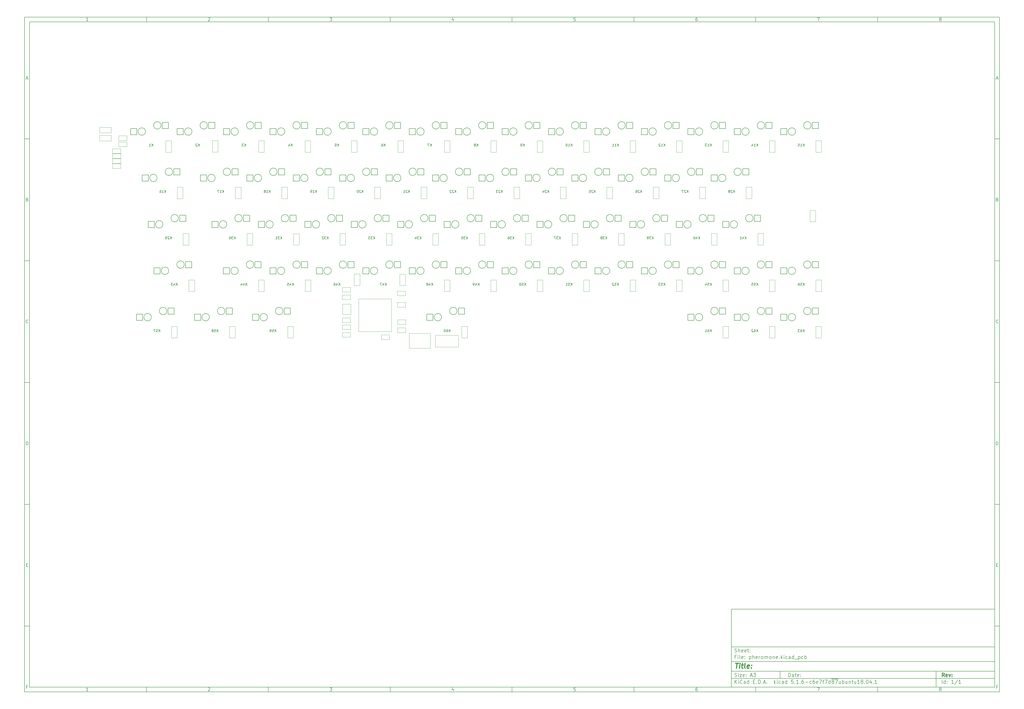
<source format=gbr>
G04 #@! TF.GenerationSoftware,KiCad,Pcbnew,5.1.6-c6e7f7d~87~ubuntu18.04.1*
G04 #@! TF.CreationDate,2020-08-29T00:17:55+02:00*
G04 #@! TF.ProjectId,pheromone,70686572-6f6d-46f6-9e65-2e6b69636164,rev?*
G04 #@! TF.SameCoordinates,Original*
G04 #@! TF.FileFunction,Other,User*
%FSLAX46Y46*%
G04 Gerber Fmt 4.6, Leading zero omitted, Abs format (unit mm)*
G04 Created by KiCad (PCBNEW 5.1.6-c6e7f7d~87~ubuntu18.04.1) date 2020-08-29 00:17:55*
%MOMM*%
%LPD*%
G01*
G04 APERTURE LIST*
%ADD10C,0.100000*%
%ADD11C,0.150000*%
%ADD12C,0.300000*%
%ADD13C,0.400000*%
%ADD14C,0.050000*%
G04 APERTURE END LIST*
D10*
D11*
X299989000Y-253002200D02*
X299989000Y-285002200D01*
X407989000Y-285002200D01*
X407989000Y-253002200D01*
X299989000Y-253002200D01*
D10*
D11*
X10000000Y-10000000D02*
X10000000Y-287002200D01*
X409989000Y-287002200D01*
X409989000Y-10000000D01*
X10000000Y-10000000D01*
D10*
D11*
X12000000Y-12000000D02*
X12000000Y-285002200D01*
X407989000Y-285002200D01*
X407989000Y-12000000D01*
X12000000Y-12000000D01*
D10*
D11*
X60000000Y-12000000D02*
X60000000Y-10000000D01*
D10*
D11*
X110000000Y-12000000D02*
X110000000Y-10000000D01*
D10*
D11*
X160000000Y-12000000D02*
X160000000Y-10000000D01*
D10*
D11*
X210000000Y-12000000D02*
X210000000Y-10000000D01*
D10*
D11*
X260000000Y-12000000D02*
X260000000Y-10000000D01*
D10*
D11*
X310000000Y-12000000D02*
X310000000Y-10000000D01*
D10*
D11*
X360000000Y-12000000D02*
X360000000Y-10000000D01*
D10*
D11*
X36065476Y-11588095D02*
X35322619Y-11588095D01*
X35694047Y-11588095D02*
X35694047Y-10288095D01*
X35570238Y-10473809D01*
X35446428Y-10597619D01*
X35322619Y-10659523D01*
D10*
D11*
X85322619Y-10411904D02*
X85384523Y-10350000D01*
X85508333Y-10288095D01*
X85817857Y-10288095D01*
X85941666Y-10350000D01*
X86003571Y-10411904D01*
X86065476Y-10535714D01*
X86065476Y-10659523D01*
X86003571Y-10845238D01*
X85260714Y-11588095D01*
X86065476Y-11588095D01*
D10*
D11*
X135260714Y-10288095D02*
X136065476Y-10288095D01*
X135632142Y-10783333D01*
X135817857Y-10783333D01*
X135941666Y-10845238D01*
X136003571Y-10907142D01*
X136065476Y-11030952D01*
X136065476Y-11340476D01*
X136003571Y-11464285D01*
X135941666Y-11526190D01*
X135817857Y-11588095D01*
X135446428Y-11588095D01*
X135322619Y-11526190D01*
X135260714Y-11464285D01*
D10*
D11*
X185941666Y-10721428D02*
X185941666Y-11588095D01*
X185632142Y-10226190D02*
X185322619Y-11154761D01*
X186127380Y-11154761D01*
D10*
D11*
X236003571Y-10288095D02*
X235384523Y-10288095D01*
X235322619Y-10907142D01*
X235384523Y-10845238D01*
X235508333Y-10783333D01*
X235817857Y-10783333D01*
X235941666Y-10845238D01*
X236003571Y-10907142D01*
X236065476Y-11030952D01*
X236065476Y-11340476D01*
X236003571Y-11464285D01*
X235941666Y-11526190D01*
X235817857Y-11588095D01*
X235508333Y-11588095D01*
X235384523Y-11526190D01*
X235322619Y-11464285D01*
D10*
D11*
X285941666Y-10288095D02*
X285694047Y-10288095D01*
X285570238Y-10350000D01*
X285508333Y-10411904D01*
X285384523Y-10597619D01*
X285322619Y-10845238D01*
X285322619Y-11340476D01*
X285384523Y-11464285D01*
X285446428Y-11526190D01*
X285570238Y-11588095D01*
X285817857Y-11588095D01*
X285941666Y-11526190D01*
X286003571Y-11464285D01*
X286065476Y-11340476D01*
X286065476Y-11030952D01*
X286003571Y-10907142D01*
X285941666Y-10845238D01*
X285817857Y-10783333D01*
X285570238Y-10783333D01*
X285446428Y-10845238D01*
X285384523Y-10907142D01*
X285322619Y-11030952D01*
D10*
D11*
X335260714Y-10288095D02*
X336127380Y-10288095D01*
X335570238Y-11588095D01*
D10*
D11*
X385570238Y-10845238D02*
X385446428Y-10783333D01*
X385384523Y-10721428D01*
X385322619Y-10597619D01*
X385322619Y-10535714D01*
X385384523Y-10411904D01*
X385446428Y-10350000D01*
X385570238Y-10288095D01*
X385817857Y-10288095D01*
X385941666Y-10350000D01*
X386003571Y-10411904D01*
X386065476Y-10535714D01*
X386065476Y-10597619D01*
X386003571Y-10721428D01*
X385941666Y-10783333D01*
X385817857Y-10845238D01*
X385570238Y-10845238D01*
X385446428Y-10907142D01*
X385384523Y-10969047D01*
X385322619Y-11092857D01*
X385322619Y-11340476D01*
X385384523Y-11464285D01*
X385446428Y-11526190D01*
X385570238Y-11588095D01*
X385817857Y-11588095D01*
X385941666Y-11526190D01*
X386003571Y-11464285D01*
X386065476Y-11340476D01*
X386065476Y-11092857D01*
X386003571Y-10969047D01*
X385941666Y-10907142D01*
X385817857Y-10845238D01*
D10*
D11*
X60000000Y-285002200D02*
X60000000Y-287002200D01*
D10*
D11*
X110000000Y-285002200D02*
X110000000Y-287002200D01*
D10*
D11*
X160000000Y-285002200D02*
X160000000Y-287002200D01*
D10*
D11*
X210000000Y-285002200D02*
X210000000Y-287002200D01*
D10*
D11*
X260000000Y-285002200D02*
X260000000Y-287002200D01*
D10*
D11*
X310000000Y-285002200D02*
X310000000Y-287002200D01*
D10*
D11*
X360000000Y-285002200D02*
X360000000Y-287002200D01*
D10*
D11*
X36065476Y-286590295D02*
X35322619Y-286590295D01*
X35694047Y-286590295D02*
X35694047Y-285290295D01*
X35570238Y-285476009D01*
X35446428Y-285599819D01*
X35322619Y-285661723D01*
D10*
D11*
X85322619Y-285414104D02*
X85384523Y-285352200D01*
X85508333Y-285290295D01*
X85817857Y-285290295D01*
X85941666Y-285352200D01*
X86003571Y-285414104D01*
X86065476Y-285537914D01*
X86065476Y-285661723D01*
X86003571Y-285847438D01*
X85260714Y-286590295D01*
X86065476Y-286590295D01*
D10*
D11*
X135260714Y-285290295D02*
X136065476Y-285290295D01*
X135632142Y-285785533D01*
X135817857Y-285785533D01*
X135941666Y-285847438D01*
X136003571Y-285909342D01*
X136065476Y-286033152D01*
X136065476Y-286342676D01*
X136003571Y-286466485D01*
X135941666Y-286528390D01*
X135817857Y-286590295D01*
X135446428Y-286590295D01*
X135322619Y-286528390D01*
X135260714Y-286466485D01*
D10*
D11*
X185941666Y-285723628D02*
X185941666Y-286590295D01*
X185632142Y-285228390D02*
X185322619Y-286156961D01*
X186127380Y-286156961D01*
D10*
D11*
X236003571Y-285290295D02*
X235384523Y-285290295D01*
X235322619Y-285909342D01*
X235384523Y-285847438D01*
X235508333Y-285785533D01*
X235817857Y-285785533D01*
X235941666Y-285847438D01*
X236003571Y-285909342D01*
X236065476Y-286033152D01*
X236065476Y-286342676D01*
X236003571Y-286466485D01*
X235941666Y-286528390D01*
X235817857Y-286590295D01*
X235508333Y-286590295D01*
X235384523Y-286528390D01*
X235322619Y-286466485D01*
D10*
D11*
X285941666Y-285290295D02*
X285694047Y-285290295D01*
X285570238Y-285352200D01*
X285508333Y-285414104D01*
X285384523Y-285599819D01*
X285322619Y-285847438D01*
X285322619Y-286342676D01*
X285384523Y-286466485D01*
X285446428Y-286528390D01*
X285570238Y-286590295D01*
X285817857Y-286590295D01*
X285941666Y-286528390D01*
X286003571Y-286466485D01*
X286065476Y-286342676D01*
X286065476Y-286033152D01*
X286003571Y-285909342D01*
X285941666Y-285847438D01*
X285817857Y-285785533D01*
X285570238Y-285785533D01*
X285446428Y-285847438D01*
X285384523Y-285909342D01*
X285322619Y-286033152D01*
D10*
D11*
X335260714Y-285290295D02*
X336127380Y-285290295D01*
X335570238Y-286590295D01*
D10*
D11*
X385570238Y-285847438D02*
X385446428Y-285785533D01*
X385384523Y-285723628D01*
X385322619Y-285599819D01*
X385322619Y-285537914D01*
X385384523Y-285414104D01*
X385446428Y-285352200D01*
X385570238Y-285290295D01*
X385817857Y-285290295D01*
X385941666Y-285352200D01*
X386003571Y-285414104D01*
X386065476Y-285537914D01*
X386065476Y-285599819D01*
X386003571Y-285723628D01*
X385941666Y-285785533D01*
X385817857Y-285847438D01*
X385570238Y-285847438D01*
X385446428Y-285909342D01*
X385384523Y-285971247D01*
X385322619Y-286095057D01*
X385322619Y-286342676D01*
X385384523Y-286466485D01*
X385446428Y-286528390D01*
X385570238Y-286590295D01*
X385817857Y-286590295D01*
X385941666Y-286528390D01*
X386003571Y-286466485D01*
X386065476Y-286342676D01*
X386065476Y-286095057D01*
X386003571Y-285971247D01*
X385941666Y-285909342D01*
X385817857Y-285847438D01*
D10*
D11*
X10000000Y-60000000D02*
X12000000Y-60000000D01*
D10*
D11*
X10000000Y-110000000D02*
X12000000Y-110000000D01*
D10*
D11*
X10000000Y-160000000D02*
X12000000Y-160000000D01*
D10*
D11*
X10000000Y-210000000D02*
X12000000Y-210000000D01*
D10*
D11*
X10000000Y-260000000D02*
X12000000Y-260000000D01*
D10*
D11*
X10690476Y-35216666D02*
X11309523Y-35216666D01*
X10566666Y-35588095D02*
X11000000Y-34288095D01*
X11433333Y-35588095D01*
D10*
D11*
X11092857Y-84907142D02*
X11278571Y-84969047D01*
X11340476Y-85030952D01*
X11402380Y-85154761D01*
X11402380Y-85340476D01*
X11340476Y-85464285D01*
X11278571Y-85526190D01*
X11154761Y-85588095D01*
X10659523Y-85588095D01*
X10659523Y-84288095D01*
X11092857Y-84288095D01*
X11216666Y-84350000D01*
X11278571Y-84411904D01*
X11340476Y-84535714D01*
X11340476Y-84659523D01*
X11278571Y-84783333D01*
X11216666Y-84845238D01*
X11092857Y-84907142D01*
X10659523Y-84907142D01*
D10*
D11*
X11402380Y-135464285D02*
X11340476Y-135526190D01*
X11154761Y-135588095D01*
X11030952Y-135588095D01*
X10845238Y-135526190D01*
X10721428Y-135402380D01*
X10659523Y-135278571D01*
X10597619Y-135030952D01*
X10597619Y-134845238D01*
X10659523Y-134597619D01*
X10721428Y-134473809D01*
X10845238Y-134350000D01*
X11030952Y-134288095D01*
X11154761Y-134288095D01*
X11340476Y-134350000D01*
X11402380Y-134411904D01*
D10*
D11*
X10659523Y-185588095D02*
X10659523Y-184288095D01*
X10969047Y-184288095D01*
X11154761Y-184350000D01*
X11278571Y-184473809D01*
X11340476Y-184597619D01*
X11402380Y-184845238D01*
X11402380Y-185030952D01*
X11340476Y-185278571D01*
X11278571Y-185402380D01*
X11154761Y-185526190D01*
X10969047Y-185588095D01*
X10659523Y-185588095D01*
D10*
D11*
X10721428Y-234907142D02*
X11154761Y-234907142D01*
X11340476Y-235588095D02*
X10721428Y-235588095D01*
X10721428Y-234288095D01*
X11340476Y-234288095D01*
D10*
D11*
X11185714Y-284907142D02*
X10752380Y-284907142D01*
X10752380Y-285588095D02*
X10752380Y-284288095D01*
X11371428Y-284288095D01*
D10*
D11*
X409989000Y-60000000D02*
X407989000Y-60000000D01*
D10*
D11*
X409989000Y-110000000D02*
X407989000Y-110000000D01*
D10*
D11*
X409989000Y-160000000D02*
X407989000Y-160000000D01*
D10*
D11*
X409989000Y-210000000D02*
X407989000Y-210000000D01*
D10*
D11*
X409989000Y-260000000D02*
X407989000Y-260000000D01*
D10*
D11*
X408679476Y-35216666D02*
X409298523Y-35216666D01*
X408555666Y-35588095D02*
X408989000Y-34288095D01*
X409422333Y-35588095D01*
D10*
D11*
X409081857Y-84907142D02*
X409267571Y-84969047D01*
X409329476Y-85030952D01*
X409391380Y-85154761D01*
X409391380Y-85340476D01*
X409329476Y-85464285D01*
X409267571Y-85526190D01*
X409143761Y-85588095D01*
X408648523Y-85588095D01*
X408648523Y-84288095D01*
X409081857Y-84288095D01*
X409205666Y-84350000D01*
X409267571Y-84411904D01*
X409329476Y-84535714D01*
X409329476Y-84659523D01*
X409267571Y-84783333D01*
X409205666Y-84845238D01*
X409081857Y-84907142D01*
X408648523Y-84907142D01*
D10*
D11*
X409391380Y-135464285D02*
X409329476Y-135526190D01*
X409143761Y-135588095D01*
X409019952Y-135588095D01*
X408834238Y-135526190D01*
X408710428Y-135402380D01*
X408648523Y-135278571D01*
X408586619Y-135030952D01*
X408586619Y-134845238D01*
X408648523Y-134597619D01*
X408710428Y-134473809D01*
X408834238Y-134350000D01*
X409019952Y-134288095D01*
X409143761Y-134288095D01*
X409329476Y-134350000D01*
X409391380Y-134411904D01*
D10*
D11*
X408648523Y-185588095D02*
X408648523Y-184288095D01*
X408958047Y-184288095D01*
X409143761Y-184350000D01*
X409267571Y-184473809D01*
X409329476Y-184597619D01*
X409391380Y-184845238D01*
X409391380Y-185030952D01*
X409329476Y-185278571D01*
X409267571Y-185402380D01*
X409143761Y-185526190D01*
X408958047Y-185588095D01*
X408648523Y-185588095D01*
D10*
D11*
X408710428Y-234907142D02*
X409143761Y-234907142D01*
X409329476Y-235588095D02*
X408710428Y-235588095D01*
X408710428Y-234288095D01*
X409329476Y-234288095D01*
D10*
D11*
X409174714Y-284907142D02*
X408741380Y-284907142D01*
X408741380Y-285588095D02*
X408741380Y-284288095D01*
X409360428Y-284288095D01*
D10*
D11*
X323421142Y-280780771D02*
X323421142Y-279280771D01*
X323778285Y-279280771D01*
X323992571Y-279352200D01*
X324135428Y-279495057D01*
X324206857Y-279637914D01*
X324278285Y-279923628D01*
X324278285Y-280137914D01*
X324206857Y-280423628D01*
X324135428Y-280566485D01*
X323992571Y-280709342D01*
X323778285Y-280780771D01*
X323421142Y-280780771D01*
X325564000Y-280780771D02*
X325564000Y-279995057D01*
X325492571Y-279852200D01*
X325349714Y-279780771D01*
X325064000Y-279780771D01*
X324921142Y-279852200D01*
X325564000Y-280709342D02*
X325421142Y-280780771D01*
X325064000Y-280780771D01*
X324921142Y-280709342D01*
X324849714Y-280566485D01*
X324849714Y-280423628D01*
X324921142Y-280280771D01*
X325064000Y-280209342D01*
X325421142Y-280209342D01*
X325564000Y-280137914D01*
X326064000Y-279780771D02*
X326635428Y-279780771D01*
X326278285Y-279280771D02*
X326278285Y-280566485D01*
X326349714Y-280709342D01*
X326492571Y-280780771D01*
X326635428Y-280780771D01*
X327706857Y-280709342D02*
X327564000Y-280780771D01*
X327278285Y-280780771D01*
X327135428Y-280709342D01*
X327064000Y-280566485D01*
X327064000Y-279995057D01*
X327135428Y-279852200D01*
X327278285Y-279780771D01*
X327564000Y-279780771D01*
X327706857Y-279852200D01*
X327778285Y-279995057D01*
X327778285Y-280137914D01*
X327064000Y-280280771D01*
X328421142Y-280637914D02*
X328492571Y-280709342D01*
X328421142Y-280780771D01*
X328349714Y-280709342D01*
X328421142Y-280637914D01*
X328421142Y-280780771D01*
X328421142Y-279852200D02*
X328492571Y-279923628D01*
X328421142Y-279995057D01*
X328349714Y-279923628D01*
X328421142Y-279852200D01*
X328421142Y-279995057D01*
D10*
D11*
X299989000Y-281502200D02*
X407989000Y-281502200D01*
D10*
D11*
X301421142Y-283580771D02*
X301421142Y-282080771D01*
X302278285Y-283580771D02*
X301635428Y-282723628D01*
X302278285Y-282080771D02*
X301421142Y-282937914D01*
X302921142Y-283580771D02*
X302921142Y-282580771D01*
X302921142Y-282080771D02*
X302849714Y-282152200D01*
X302921142Y-282223628D01*
X302992571Y-282152200D01*
X302921142Y-282080771D01*
X302921142Y-282223628D01*
X304492571Y-283437914D02*
X304421142Y-283509342D01*
X304206857Y-283580771D01*
X304064000Y-283580771D01*
X303849714Y-283509342D01*
X303706857Y-283366485D01*
X303635428Y-283223628D01*
X303564000Y-282937914D01*
X303564000Y-282723628D01*
X303635428Y-282437914D01*
X303706857Y-282295057D01*
X303849714Y-282152200D01*
X304064000Y-282080771D01*
X304206857Y-282080771D01*
X304421142Y-282152200D01*
X304492571Y-282223628D01*
X305778285Y-283580771D02*
X305778285Y-282795057D01*
X305706857Y-282652200D01*
X305564000Y-282580771D01*
X305278285Y-282580771D01*
X305135428Y-282652200D01*
X305778285Y-283509342D02*
X305635428Y-283580771D01*
X305278285Y-283580771D01*
X305135428Y-283509342D01*
X305064000Y-283366485D01*
X305064000Y-283223628D01*
X305135428Y-283080771D01*
X305278285Y-283009342D01*
X305635428Y-283009342D01*
X305778285Y-282937914D01*
X307135428Y-283580771D02*
X307135428Y-282080771D01*
X307135428Y-283509342D02*
X306992571Y-283580771D01*
X306706857Y-283580771D01*
X306564000Y-283509342D01*
X306492571Y-283437914D01*
X306421142Y-283295057D01*
X306421142Y-282866485D01*
X306492571Y-282723628D01*
X306564000Y-282652200D01*
X306706857Y-282580771D01*
X306992571Y-282580771D01*
X307135428Y-282652200D01*
X308992571Y-282795057D02*
X309492571Y-282795057D01*
X309706857Y-283580771D02*
X308992571Y-283580771D01*
X308992571Y-282080771D01*
X309706857Y-282080771D01*
X310349714Y-283437914D02*
X310421142Y-283509342D01*
X310349714Y-283580771D01*
X310278285Y-283509342D01*
X310349714Y-283437914D01*
X310349714Y-283580771D01*
X311064000Y-283580771D02*
X311064000Y-282080771D01*
X311421142Y-282080771D01*
X311635428Y-282152200D01*
X311778285Y-282295057D01*
X311849714Y-282437914D01*
X311921142Y-282723628D01*
X311921142Y-282937914D01*
X311849714Y-283223628D01*
X311778285Y-283366485D01*
X311635428Y-283509342D01*
X311421142Y-283580771D01*
X311064000Y-283580771D01*
X312564000Y-283437914D02*
X312635428Y-283509342D01*
X312564000Y-283580771D01*
X312492571Y-283509342D01*
X312564000Y-283437914D01*
X312564000Y-283580771D01*
X313206857Y-283152200D02*
X313921142Y-283152200D01*
X313064000Y-283580771D02*
X313564000Y-282080771D01*
X314064000Y-283580771D01*
X314564000Y-283437914D02*
X314635428Y-283509342D01*
X314564000Y-283580771D01*
X314492571Y-283509342D01*
X314564000Y-283437914D01*
X314564000Y-283580771D01*
X317564000Y-283580771D02*
X317564000Y-282080771D01*
X317706857Y-283009342D02*
X318135428Y-283580771D01*
X318135428Y-282580771D02*
X317564000Y-283152200D01*
X318778285Y-283580771D02*
X318778285Y-282580771D01*
X318778285Y-282080771D02*
X318706857Y-282152200D01*
X318778285Y-282223628D01*
X318849714Y-282152200D01*
X318778285Y-282080771D01*
X318778285Y-282223628D01*
X320135428Y-283509342D02*
X319992571Y-283580771D01*
X319706857Y-283580771D01*
X319564000Y-283509342D01*
X319492571Y-283437914D01*
X319421142Y-283295057D01*
X319421142Y-282866485D01*
X319492571Y-282723628D01*
X319564000Y-282652200D01*
X319706857Y-282580771D01*
X319992571Y-282580771D01*
X320135428Y-282652200D01*
X321421142Y-283580771D02*
X321421142Y-282795057D01*
X321349714Y-282652200D01*
X321206857Y-282580771D01*
X320921142Y-282580771D01*
X320778285Y-282652200D01*
X321421142Y-283509342D02*
X321278285Y-283580771D01*
X320921142Y-283580771D01*
X320778285Y-283509342D01*
X320706857Y-283366485D01*
X320706857Y-283223628D01*
X320778285Y-283080771D01*
X320921142Y-283009342D01*
X321278285Y-283009342D01*
X321421142Y-282937914D01*
X322778285Y-283580771D02*
X322778285Y-282080771D01*
X322778285Y-283509342D02*
X322635428Y-283580771D01*
X322349714Y-283580771D01*
X322206857Y-283509342D01*
X322135428Y-283437914D01*
X322064000Y-283295057D01*
X322064000Y-282866485D01*
X322135428Y-282723628D01*
X322206857Y-282652200D01*
X322349714Y-282580771D01*
X322635428Y-282580771D01*
X322778285Y-282652200D01*
X325349714Y-282080771D02*
X324635428Y-282080771D01*
X324564000Y-282795057D01*
X324635428Y-282723628D01*
X324778285Y-282652200D01*
X325135428Y-282652200D01*
X325278285Y-282723628D01*
X325349714Y-282795057D01*
X325421142Y-282937914D01*
X325421142Y-283295057D01*
X325349714Y-283437914D01*
X325278285Y-283509342D01*
X325135428Y-283580771D01*
X324778285Y-283580771D01*
X324635428Y-283509342D01*
X324564000Y-283437914D01*
X326064000Y-283437914D02*
X326135428Y-283509342D01*
X326064000Y-283580771D01*
X325992571Y-283509342D01*
X326064000Y-283437914D01*
X326064000Y-283580771D01*
X327564000Y-283580771D02*
X326706857Y-283580771D01*
X327135428Y-283580771D02*
X327135428Y-282080771D01*
X326992571Y-282295057D01*
X326849714Y-282437914D01*
X326706857Y-282509342D01*
X328206857Y-283437914D02*
X328278285Y-283509342D01*
X328206857Y-283580771D01*
X328135428Y-283509342D01*
X328206857Y-283437914D01*
X328206857Y-283580771D01*
X329564000Y-282080771D02*
X329278285Y-282080771D01*
X329135428Y-282152200D01*
X329064000Y-282223628D01*
X328921142Y-282437914D01*
X328849714Y-282723628D01*
X328849714Y-283295057D01*
X328921142Y-283437914D01*
X328992571Y-283509342D01*
X329135428Y-283580771D01*
X329421142Y-283580771D01*
X329564000Y-283509342D01*
X329635428Y-283437914D01*
X329706857Y-283295057D01*
X329706857Y-282937914D01*
X329635428Y-282795057D01*
X329564000Y-282723628D01*
X329421142Y-282652200D01*
X329135428Y-282652200D01*
X328992571Y-282723628D01*
X328921142Y-282795057D01*
X328849714Y-282937914D01*
X330349714Y-283009342D02*
X331492571Y-283009342D01*
X332849714Y-283509342D02*
X332706857Y-283580771D01*
X332421142Y-283580771D01*
X332278285Y-283509342D01*
X332206857Y-283437914D01*
X332135428Y-283295057D01*
X332135428Y-282866485D01*
X332206857Y-282723628D01*
X332278285Y-282652200D01*
X332421142Y-282580771D01*
X332706857Y-282580771D01*
X332849714Y-282652200D01*
X334135428Y-282080771D02*
X333849714Y-282080771D01*
X333706857Y-282152200D01*
X333635428Y-282223628D01*
X333492571Y-282437914D01*
X333421142Y-282723628D01*
X333421142Y-283295057D01*
X333492571Y-283437914D01*
X333564000Y-283509342D01*
X333706857Y-283580771D01*
X333992571Y-283580771D01*
X334135428Y-283509342D01*
X334206857Y-283437914D01*
X334278285Y-283295057D01*
X334278285Y-282937914D01*
X334206857Y-282795057D01*
X334135428Y-282723628D01*
X333992571Y-282652200D01*
X333706857Y-282652200D01*
X333564000Y-282723628D01*
X333492571Y-282795057D01*
X333421142Y-282937914D01*
X335492571Y-283509342D02*
X335349714Y-283580771D01*
X335064000Y-283580771D01*
X334921142Y-283509342D01*
X334849714Y-283366485D01*
X334849714Y-282795057D01*
X334921142Y-282652200D01*
X335064000Y-282580771D01*
X335349714Y-282580771D01*
X335492571Y-282652200D01*
X335564000Y-282795057D01*
X335564000Y-282937914D01*
X334849714Y-283080771D01*
X336064000Y-282080771D02*
X337064000Y-282080771D01*
X336421142Y-283580771D01*
X337421142Y-282580771D02*
X337992571Y-282580771D01*
X337635428Y-283580771D02*
X337635428Y-282295057D01*
X337706857Y-282152200D01*
X337849714Y-282080771D01*
X337992571Y-282080771D01*
X338349714Y-282080771D02*
X339349714Y-282080771D01*
X338706857Y-283580771D01*
X340564000Y-283580771D02*
X340564000Y-282080771D01*
X340564000Y-283509342D02*
X340421142Y-283580771D01*
X340135428Y-283580771D01*
X339992571Y-283509342D01*
X339921142Y-283437914D01*
X339849714Y-283295057D01*
X339849714Y-282866485D01*
X339921142Y-282723628D01*
X339992571Y-282652200D01*
X340135428Y-282580771D01*
X340421142Y-282580771D01*
X340564000Y-282652200D01*
X340921142Y-281672200D02*
X342349714Y-281672200D01*
X341492571Y-282723628D02*
X341349714Y-282652200D01*
X341278285Y-282580771D01*
X341206857Y-282437914D01*
X341206857Y-282366485D01*
X341278285Y-282223628D01*
X341349714Y-282152200D01*
X341492571Y-282080771D01*
X341778285Y-282080771D01*
X341921142Y-282152200D01*
X341992571Y-282223628D01*
X342064000Y-282366485D01*
X342064000Y-282437914D01*
X341992571Y-282580771D01*
X341921142Y-282652200D01*
X341778285Y-282723628D01*
X341492571Y-282723628D01*
X341349714Y-282795057D01*
X341278285Y-282866485D01*
X341206857Y-283009342D01*
X341206857Y-283295057D01*
X341278285Y-283437914D01*
X341349714Y-283509342D01*
X341492571Y-283580771D01*
X341778285Y-283580771D01*
X341921142Y-283509342D01*
X341992571Y-283437914D01*
X342064000Y-283295057D01*
X342064000Y-283009342D01*
X341992571Y-282866485D01*
X341921142Y-282795057D01*
X341778285Y-282723628D01*
X342349714Y-281672200D02*
X343778285Y-281672200D01*
X342564000Y-282080771D02*
X343564000Y-282080771D01*
X342921142Y-283580771D01*
X344778285Y-282580771D02*
X344778285Y-283580771D01*
X344135428Y-282580771D02*
X344135428Y-283366485D01*
X344206857Y-283509342D01*
X344349714Y-283580771D01*
X344564000Y-283580771D01*
X344706857Y-283509342D01*
X344778285Y-283437914D01*
X345492571Y-283580771D02*
X345492571Y-282080771D01*
X345492571Y-282652200D02*
X345635428Y-282580771D01*
X345921142Y-282580771D01*
X346064000Y-282652200D01*
X346135428Y-282723628D01*
X346206857Y-282866485D01*
X346206857Y-283295057D01*
X346135428Y-283437914D01*
X346064000Y-283509342D01*
X345921142Y-283580771D01*
X345635428Y-283580771D01*
X345492571Y-283509342D01*
X347492571Y-282580771D02*
X347492571Y-283580771D01*
X346849714Y-282580771D02*
X346849714Y-283366485D01*
X346921142Y-283509342D01*
X347064000Y-283580771D01*
X347278285Y-283580771D01*
X347421142Y-283509342D01*
X347492571Y-283437914D01*
X348206857Y-282580771D02*
X348206857Y-283580771D01*
X348206857Y-282723628D02*
X348278285Y-282652200D01*
X348421142Y-282580771D01*
X348635428Y-282580771D01*
X348778285Y-282652200D01*
X348849714Y-282795057D01*
X348849714Y-283580771D01*
X349349714Y-282580771D02*
X349921142Y-282580771D01*
X349564000Y-282080771D02*
X349564000Y-283366485D01*
X349635428Y-283509342D01*
X349778285Y-283580771D01*
X349921142Y-283580771D01*
X351064000Y-282580771D02*
X351064000Y-283580771D01*
X350421142Y-282580771D02*
X350421142Y-283366485D01*
X350492571Y-283509342D01*
X350635428Y-283580771D01*
X350849714Y-283580771D01*
X350992571Y-283509342D01*
X351064000Y-283437914D01*
X352564000Y-283580771D02*
X351706857Y-283580771D01*
X352135428Y-283580771D02*
X352135428Y-282080771D01*
X351992571Y-282295057D01*
X351849714Y-282437914D01*
X351706857Y-282509342D01*
X353421142Y-282723628D02*
X353278285Y-282652200D01*
X353206857Y-282580771D01*
X353135428Y-282437914D01*
X353135428Y-282366485D01*
X353206857Y-282223628D01*
X353278285Y-282152200D01*
X353421142Y-282080771D01*
X353706857Y-282080771D01*
X353849714Y-282152200D01*
X353921142Y-282223628D01*
X353992571Y-282366485D01*
X353992571Y-282437914D01*
X353921142Y-282580771D01*
X353849714Y-282652200D01*
X353706857Y-282723628D01*
X353421142Y-282723628D01*
X353278285Y-282795057D01*
X353206857Y-282866485D01*
X353135428Y-283009342D01*
X353135428Y-283295057D01*
X353206857Y-283437914D01*
X353278285Y-283509342D01*
X353421142Y-283580771D01*
X353706857Y-283580771D01*
X353849714Y-283509342D01*
X353921142Y-283437914D01*
X353992571Y-283295057D01*
X353992571Y-283009342D01*
X353921142Y-282866485D01*
X353849714Y-282795057D01*
X353706857Y-282723628D01*
X354635428Y-283437914D02*
X354706857Y-283509342D01*
X354635428Y-283580771D01*
X354564000Y-283509342D01*
X354635428Y-283437914D01*
X354635428Y-283580771D01*
X355635428Y-282080771D02*
X355778285Y-282080771D01*
X355921142Y-282152200D01*
X355992571Y-282223628D01*
X356064000Y-282366485D01*
X356135428Y-282652200D01*
X356135428Y-283009342D01*
X356064000Y-283295057D01*
X355992571Y-283437914D01*
X355921142Y-283509342D01*
X355778285Y-283580771D01*
X355635428Y-283580771D01*
X355492571Y-283509342D01*
X355421142Y-283437914D01*
X355349714Y-283295057D01*
X355278285Y-283009342D01*
X355278285Y-282652200D01*
X355349714Y-282366485D01*
X355421142Y-282223628D01*
X355492571Y-282152200D01*
X355635428Y-282080771D01*
X357421142Y-282580771D02*
X357421142Y-283580771D01*
X357064000Y-282009342D02*
X356706857Y-283080771D01*
X357635428Y-283080771D01*
X358206857Y-283437914D02*
X358278285Y-283509342D01*
X358206857Y-283580771D01*
X358135428Y-283509342D01*
X358206857Y-283437914D01*
X358206857Y-283580771D01*
X359706857Y-283580771D02*
X358849714Y-283580771D01*
X359278285Y-283580771D02*
X359278285Y-282080771D01*
X359135428Y-282295057D01*
X358992571Y-282437914D01*
X358849714Y-282509342D01*
D10*
D11*
X299989000Y-278502200D02*
X407989000Y-278502200D01*
D10*
D12*
X387398285Y-280780771D02*
X386898285Y-280066485D01*
X386541142Y-280780771D02*
X386541142Y-279280771D01*
X387112571Y-279280771D01*
X387255428Y-279352200D01*
X387326857Y-279423628D01*
X387398285Y-279566485D01*
X387398285Y-279780771D01*
X387326857Y-279923628D01*
X387255428Y-279995057D01*
X387112571Y-280066485D01*
X386541142Y-280066485D01*
X388612571Y-280709342D02*
X388469714Y-280780771D01*
X388184000Y-280780771D01*
X388041142Y-280709342D01*
X387969714Y-280566485D01*
X387969714Y-279995057D01*
X388041142Y-279852200D01*
X388184000Y-279780771D01*
X388469714Y-279780771D01*
X388612571Y-279852200D01*
X388684000Y-279995057D01*
X388684000Y-280137914D01*
X387969714Y-280280771D01*
X389184000Y-279780771D02*
X389541142Y-280780771D01*
X389898285Y-279780771D01*
X390469714Y-280637914D02*
X390541142Y-280709342D01*
X390469714Y-280780771D01*
X390398285Y-280709342D01*
X390469714Y-280637914D01*
X390469714Y-280780771D01*
X390469714Y-279852200D02*
X390541142Y-279923628D01*
X390469714Y-279995057D01*
X390398285Y-279923628D01*
X390469714Y-279852200D01*
X390469714Y-279995057D01*
D10*
D11*
X301349714Y-280709342D02*
X301564000Y-280780771D01*
X301921142Y-280780771D01*
X302064000Y-280709342D01*
X302135428Y-280637914D01*
X302206857Y-280495057D01*
X302206857Y-280352200D01*
X302135428Y-280209342D01*
X302064000Y-280137914D01*
X301921142Y-280066485D01*
X301635428Y-279995057D01*
X301492571Y-279923628D01*
X301421142Y-279852200D01*
X301349714Y-279709342D01*
X301349714Y-279566485D01*
X301421142Y-279423628D01*
X301492571Y-279352200D01*
X301635428Y-279280771D01*
X301992571Y-279280771D01*
X302206857Y-279352200D01*
X302849714Y-280780771D02*
X302849714Y-279780771D01*
X302849714Y-279280771D02*
X302778285Y-279352200D01*
X302849714Y-279423628D01*
X302921142Y-279352200D01*
X302849714Y-279280771D01*
X302849714Y-279423628D01*
X303421142Y-279780771D02*
X304206857Y-279780771D01*
X303421142Y-280780771D01*
X304206857Y-280780771D01*
X305349714Y-280709342D02*
X305206857Y-280780771D01*
X304921142Y-280780771D01*
X304778285Y-280709342D01*
X304706857Y-280566485D01*
X304706857Y-279995057D01*
X304778285Y-279852200D01*
X304921142Y-279780771D01*
X305206857Y-279780771D01*
X305349714Y-279852200D01*
X305421142Y-279995057D01*
X305421142Y-280137914D01*
X304706857Y-280280771D01*
X306064000Y-280637914D02*
X306135428Y-280709342D01*
X306064000Y-280780771D01*
X305992571Y-280709342D01*
X306064000Y-280637914D01*
X306064000Y-280780771D01*
X306064000Y-279852200D02*
X306135428Y-279923628D01*
X306064000Y-279995057D01*
X305992571Y-279923628D01*
X306064000Y-279852200D01*
X306064000Y-279995057D01*
X307849714Y-280352200D02*
X308564000Y-280352200D01*
X307706857Y-280780771D02*
X308206857Y-279280771D01*
X308706857Y-280780771D01*
X309064000Y-279280771D02*
X309992571Y-279280771D01*
X309492571Y-279852200D01*
X309706857Y-279852200D01*
X309849714Y-279923628D01*
X309921142Y-279995057D01*
X309992571Y-280137914D01*
X309992571Y-280495057D01*
X309921142Y-280637914D01*
X309849714Y-280709342D01*
X309706857Y-280780771D01*
X309278285Y-280780771D01*
X309135428Y-280709342D01*
X309064000Y-280637914D01*
D10*
D11*
X386421142Y-283580771D02*
X386421142Y-282080771D01*
X387778285Y-283580771D02*
X387778285Y-282080771D01*
X387778285Y-283509342D02*
X387635428Y-283580771D01*
X387349714Y-283580771D01*
X387206857Y-283509342D01*
X387135428Y-283437914D01*
X387064000Y-283295057D01*
X387064000Y-282866485D01*
X387135428Y-282723628D01*
X387206857Y-282652200D01*
X387349714Y-282580771D01*
X387635428Y-282580771D01*
X387778285Y-282652200D01*
X388492571Y-283437914D02*
X388564000Y-283509342D01*
X388492571Y-283580771D01*
X388421142Y-283509342D01*
X388492571Y-283437914D01*
X388492571Y-283580771D01*
X388492571Y-282652200D02*
X388564000Y-282723628D01*
X388492571Y-282795057D01*
X388421142Y-282723628D01*
X388492571Y-282652200D01*
X388492571Y-282795057D01*
X391135428Y-283580771D02*
X390278285Y-283580771D01*
X390706857Y-283580771D02*
X390706857Y-282080771D01*
X390564000Y-282295057D01*
X390421142Y-282437914D01*
X390278285Y-282509342D01*
X392849714Y-282009342D02*
X391564000Y-283937914D01*
X394135428Y-283580771D02*
X393278285Y-283580771D01*
X393706857Y-283580771D02*
X393706857Y-282080771D01*
X393564000Y-282295057D01*
X393421142Y-282437914D01*
X393278285Y-282509342D01*
D10*
D11*
X299989000Y-274502200D02*
X407989000Y-274502200D01*
D10*
D13*
X301701380Y-275206961D02*
X302844238Y-275206961D01*
X302022809Y-277206961D02*
X302272809Y-275206961D01*
X303260904Y-277206961D02*
X303427571Y-275873628D01*
X303510904Y-275206961D02*
X303403761Y-275302200D01*
X303487095Y-275397438D01*
X303594238Y-275302200D01*
X303510904Y-275206961D01*
X303487095Y-275397438D01*
X304094238Y-275873628D02*
X304856142Y-275873628D01*
X304463285Y-275206961D02*
X304249000Y-276921247D01*
X304320428Y-277111723D01*
X304499000Y-277206961D01*
X304689476Y-277206961D01*
X305641857Y-277206961D02*
X305463285Y-277111723D01*
X305391857Y-276921247D01*
X305606142Y-275206961D01*
X307177571Y-277111723D02*
X306975190Y-277206961D01*
X306594238Y-277206961D01*
X306415666Y-277111723D01*
X306344238Y-276921247D01*
X306439476Y-276159342D01*
X306558523Y-275968866D01*
X306760904Y-275873628D01*
X307141857Y-275873628D01*
X307320428Y-275968866D01*
X307391857Y-276159342D01*
X307368047Y-276349819D01*
X306391857Y-276540295D01*
X308141857Y-277016485D02*
X308225190Y-277111723D01*
X308118047Y-277206961D01*
X308034714Y-277111723D01*
X308141857Y-277016485D01*
X308118047Y-277206961D01*
X308272809Y-275968866D02*
X308356142Y-276064104D01*
X308249000Y-276159342D01*
X308165666Y-276064104D01*
X308272809Y-275968866D01*
X308249000Y-276159342D01*
D10*
D11*
X301921142Y-272595057D02*
X301421142Y-272595057D01*
X301421142Y-273380771D02*
X301421142Y-271880771D01*
X302135428Y-271880771D01*
X302706857Y-273380771D02*
X302706857Y-272380771D01*
X302706857Y-271880771D02*
X302635428Y-271952200D01*
X302706857Y-272023628D01*
X302778285Y-271952200D01*
X302706857Y-271880771D01*
X302706857Y-272023628D01*
X303635428Y-273380771D02*
X303492571Y-273309342D01*
X303421142Y-273166485D01*
X303421142Y-271880771D01*
X304778285Y-273309342D02*
X304635428Y-273380771D01*
X304349714Y-273380771D01*
X304206857Y-273309342D01*
X304135428Y-273166485D01*
X304135428Y-272595057D01*
X304206857Y-272452200D01*
X304349714Y-272380771D01*
X304635428Y-272380771D01*
X304778285Y-272452200D01*
X304849714Y-272595057D01*
X304849714Y-272737914D01*
X304135428Y-272880771D01*
X305492571Y-273237914D02*
X305564000Y-273309342D01*
X305492571Y-273380771D01*
X305421142Y-273309342D01*
X305492571Y-273237914D01*
X305492571Y-273380771D01*
X305492571Y-272452200D02*
X305564000Y-272523628D01*
X305492571Y-272595057D01*
X305421142Y-272523628D01*
X305492571Y-272452200D01*
X305492571Y-272595057D01*
X307349714Y-272380771D02*
X307349714Y-273880771D01*
X307349714Y-272452200D02*
X307492571Y-272380771D01*
X307778285Y-272380771D01*
X307921142Y-272452200D01*
X307992571Y-272523628D01*
X308064000Y-272666485D01*
X308064000Y-273095057D01*
X307992571Y-273237914D01*
X307921142Y-273309342D01*
X307778285Y-273380771D01*
X307492571Y-273380771D01*
X307349714Y-273309342D01*
X308706857Y-273380771D02*
X308706857Y-271880771D01*
X309349714Y-273380771D02*
X309349714Y-272595057D01*
X309278285Y-272452200D01*
X309135428Y-272380771D01*
X308921142Y-272380771D01*
X308778285Y-272452200D01*
X308706857Y-272523628D01*
X310635428Y-273309342D02*
X310492571Y-273380771D01*
X310206857Y-273380771D01*
X310064000Y-273309342D01*
X309992571Y-273166485D01*
X309992571Y-272595057D01*
X310064000Y-272452200D01*
X310206857Y-272380771D01*
X310492571Y-272380771D01*
X310635428Y-272452200D01*
X310706857Y-272595057D01*
X310706857Y-272737914D01*
X309992571Y-272880771D01*
X311349714Y-273380771D02*
X311349714Y-272380771D01*
X311349714Y-272666485D02*
X311421142Y-272523628D01*
X311492571Y-272452200D01*
X311635428Y-272380771D01*
X311778285Y-272380771D01*
X312492571Y-273380771D02*
X312349714Y-273309342D01*
X312278285Y-273237914D01*
X312206857Y-273095057D01*
X312206857Y-272666485D01*
X312278285Y-272523628D01*
X312349714Y-272452200D01*
X312492571Y-272380771D01*
X312706857Y-272380771D01*
X312849714Y-272452200D01*
X312921142Y-272523628D01*
X312992571Y-272666485D01*
X312992571Y-273095057D01*
X312921142Y-273237914D01*
X312849714Y-273309342D01*
X312706857Y-273380771D01*
X312492571Y-273380771D01*
X313635428Y-273380771D02*
X313635428Y-272380771D01*
X313635428Y-272523628D02*
X313706857Y-272452200D01*
X313849714Y-272380771D01*
X314064000Y-272380771D01*
X314206857Y-272452200D01*
X314278285Y-272595057D01*
X314278285Y-273380771D01*
X314278285Y-272595057D02*
X314349714Y-272452200D01*
X314492571Y-272380771D01*
X314706857Y-272380771D01*
X314849714Y-272452200D01*
X314921142Y-272595057D01*
X314921142Y-273380771D01*
X315849714Y-273380771D02*
X315706857Y-273309342D01*
X315635428Y-273237914D01*
X315564000Y-273095057D01*
X315564000Y-272666485D01*
X315635428Y-272523628D01*
X315706857Y-272452200D01*
X315849714Y-272380771D01*
X316064000Y-272380771D01*
X316206857Y-272452200D01*
X316278285Y-272523628D01*
X316349714Y-272666485D01*
X316349714Y-273095057D01*
X316278285Y-273237914D01*
X316206857Y-273309342D01*
X316064000Y-273380771D01*
X315849714Y-273380771D01*
X316992571Y-272380771D02*
X316992571Y-273380771D01*
X316992571Y-272523628D02*
X317064000Y-272452200D01*
X317206857Y-272380771D01*
X317421142Y-272380771D01*
X317564000Y-272452200D01*
X317635428Y-272595057D01*
X317635428Y-273380771D01*
X318921142Y-273309342D02*
X318778285Y-273380771D01*
X318492571Y-273380771D01*
X318349714Y-273309342D01*
X318278285Y-273166485D01*
X318278285Y-272595057D01*
X318349714Y-272452200D01*
X318492571Y-272380771D01*
X318778285Y-272380771D01*
X318921142Y-272452200D01*
X318992571Y-272595057D01*
X318992571Y-272737914D01*
X318278285Y-272880771D01*
X319635428Y-273237914D02*
X319706857Y-273309342D01*
X319635428Y-273380771D01*
X319564000Y-273309342D01*
X319635428Y-273237914D01*
X319635428Y-273380771D01*
X320349714Y-273380771D02*
X320349714Y-271880771D01*
X320492571Y-272809342D02*
X320921142Y-273380771D01*
X320921142Y-272380771D02*
X320349714Y-272952200D01*
X321564000Y-273380771D02*
X321564000Y-272380771D01*
X321564000Y-271880771D02*
X321492571Y-271952200D01*
X321564000Y-272023628D01*
X321635428Y-271952200D01*
X321564000Y-271880771D01*
X321564000Y-272023628D01*
X322921142Y-273309342D02*
X322778285Y-273380771D01*
X322492571Y-273380771D01*
X322349714Y-273309342D01*
X322278285Y-273237914D01*
X322206857Y-273095057D01*
X322206857Y-272666485D01*
X322278285Y-272523628D01*
X322349714Y-272452200D01*
X322492571Y-272380771D01*
X322778285Y-272380771D01*
X322921142Y-272452200D01*
X324206857Y-273380771D02*
X324206857Y-272595057D01*
X324135428Y-272452200D01*
X323992571Y-272380771D01*
X323706857Y-272380771D01*
X323564000Y-272452200D01*
X324206857Y-273309342D02*
X324064000Y-273380771D01*
X323706857Y-273380771D01*
X323564000Y-273309342D01*
X323492571Y-273166485D01*
X323492571Y-273023628D01*
X323564000Y-272880771D01*
X323706857Y-272809342D01*
X324064000Y-272809342D01*
X324206857Y-272737914D01*
X325564000Y-273380771D02*
X325564000Y-271880771D01*
X325564000Y-273309342D02*
X325421142Y-273380771D01*
X325135428Y-273380771D01*
X324992571Y-273309342D01*
X324921142Y-273237914D01*
X324849714Y-273095057D01*
X324849714Y-272666485D01*
X324921142Y-272523628D01*
X324992571Y-272452200D01*
X325135428Y-272380771D01*
X325421142Y-272380771D01*
X325564000Y-272452200D01*
X325921142Y-273523628D02*
X327064000Y-273523628D01*
X327421142Y-272380771D02*
X327421142Y-273880771D01*
X327421142Y-272452200D02*
X327564000Y-272380771D01*
X327849714Y-272380771D01*
X327992571Y-272452200D01*
X328064000Y-272523628D01*
X328135428Y-272666485D01*
X328135428Y-273095057D01*
X328064000Y-273237914D01*
X327992571Y-273309342D01*
X327849714Y-273380771D01*
X327564000Y-273380771D01*
X327421142Y-273309342D01*
X329421142Y-273309342D02*
X329278285Y-273380771D01*
X328992571Y-273380771D01*
X328849714Y-273309342D01*
X328778285Y-273237914D01*
X328706857Y-273095057D01*
X328706857Y-272666485D01*
X328778285Y-272523628D01*
X328849714Y-272452200D01*
X328992571Y-272380771D01*
X329278285Y-272380771D01*
X329421142Y-272452200D01*
X330064000Y-273380771D02*
X330064000Y-271880771D01*
X330064000Y-272452200D02*
X330206857Y-272380771D01*
X330492571Y-272380771D01*
X330635428Y-272452200D01*
X330706857Y-272523628D01*
X330778285Y-272666485D01*
X330778285Y-273095057D01*
X330706857Y-273237914D01*
X330635428Y-273309342D01*
X330492571Y-273380771D01*
X330206857Y-273380771D01*
X330064000Y-273309342D01*
D10*
D11*
X299989000Y-268502200D02*
X407989000Y-268502200D01*
D10*
D11*
X301349714Y-270609342D02*
X301564000Y-270680771D01*
X301921142Y-270680771D01*
X302064000Y-270609342D01*
X302135428Y-270537914D01*
X302206857Y-270395057D01*
X302206857Y-270252200D01*
X302135428Y-270109342D01*
X302064000Y-270037914D01*
X301921142Y-269966485D01*
X301635428Y-269895057D01*
X301492571Y-269823628D01*
X301421142Y-269752200D01*
X301349714Y-269609342D01*
X301349714Y-269466485D01*
X301421142Y-269323628D01*
X301492571Y-269252200D01*
X301635428Y-269180771D01*
X301992571Y-269180771D01*
X302206857Y-269252200D01*
X302849714Y-270680771D02*
X302849714Y-269180771D01*
X303492571Y-270680771D02*
X303492571Y-269895057D01*
X303421142Y-269752200D01*
X303278285Y-269680771D01*
X303064000Y-269680771D01*
X302921142Y-269752200D01*
X302849714Y-269823628D01*
X304778285Y-270609342D02*
X304635428Y-270680771D01*
X304349714Y-270680771D01*
X304206857Y-270609342D01*
X304135428Y-270466485D01*
X304135428Y-269895057D01*
X304206857Y-269752200D01*
X304349714Y-269680771D01*
X304635428Y-269680771D01*
X304778285Y-269752200D01*
X304849714Y-269895057D01*
X304849714Y-270037914D01*
X304135428Y-270180771D01*
X306064000Y-270609342D02*
X305921142Y-270680771D01*
X305635428Y-270680771D01*
X305492571Y-270609342D01*
X305421142Y-270466485D01*
X305421142Y-269895057D01*
X305492571Y-269752200D01*
X305635428Y-269680771D01*
X305921142Y-269680771D01*
X306064000Y-269752200D01*
X306135428Y-269895057D01*
X306135428Y-270037914D01*
X305421142Y-270180771D01*
X306564000Y-269680771D02*
X307135428Y-269680771D01*
X306778285Y-269180771D02*
X306778285Y-270466485D01*
X306849714Y-270609342D01*
X306992571Y-270680771D01*
X307135428Y-270680771D01*
X307635428Y-270537914D02*
X307706857Y-270609342D01*
X307635428Y-270680771D01*
X307564000Y-270609342D01*
X307635428Y-270537914D01*
X307635428Y-270680771D01*
X307635428Y-269752200D02*
X307706857Y-269823628D01*
X307635428Y-269895057D01*
X307564000Y-269823628D01*
X307635428Y-269752200D01*
X307635428Y-269895057D01*
D10*
D11*
X319989000Y-278502200D02*
X319989000Y-281502200D01*
D10*
D11*
X383989000Y-278502200D02*
X383989000Y-285002200D01*
D14*
X46072000Y-68006000D02*
X49432000Y-68006000D01*
X46072000Y-66106000D02*
X46072000Y-68006000D01*
X49432000Y-66106000D02*
X46072000Y-66106000D01*
X49432000Y-68006000D02*
X49432000Y-66106000D01*
X46072000Y-70038000D02*
X49432000Y-70038000D01*
X46072000Y-68138000D02*
X46072000Y-70038000D01*
X49432000Y-68138000D02*
X46072000Y-68138000D01*
X49432000Y-70038000D02*
X49432000Y-68138000D01*
X46072000Y-72070000D02*
X49432000Y-72070000D01*
X46072000Y-70170000D02*
X46072000Y-72070000D01*
X49432000Y-70170000D02*
X46072000Y-70170000D01*
X49432000Y-72070000D02*
X49432000Y-70170000D01*
X46072000Y-65974000D02*
X49432000Y-65974000D01*
X46072000Y-64074000D02*
X46072000Y-65974000D01*
X49432000Y-64074000D02*
X46072000Y-64074000D01*
X49432000Y-65974000D02*
X49432000Y-64074000D01*
X51972000Y-58740000D02*
X48612000Y-58740000D01*
X51972000Y-60640000D02*
X51972000Y-58740000D01*
X48612000Y-60640000D02*
X51972000Y-60640000D01*
X48612000Y-58740000D02*
X48612000Y-60640000D01*
X51972000Y-61280000D02*
X48612000Y-61280000D01*
X51972000Y-63180000D02*
X51972000Y-61280000D01*
X48612000Y-63180000D02*
X51972000Y-63180000D01*
X48612000Y-61280000D02*
X48612000Y-63180000D01*
X40830000Y-57538000D02*
X40830000Y-55238000D01*
X45530000Y-55238000D02*
X40830000Y-55238000D01*
X45530000Y-57538000D02*
X45530000Y-55238000D01*
X40830000Y-57538000D02*
X45530000Y-57538000D01*
X45530000Y-58540000D02*
X45530000Y-60840000D01*
X40830000Y-60840000D02*
X45530000Y-60840000D01*
X40830000Y-58540000D02*
X40830000Y-60840000D01*
X45530000Y-58540000D02*
X40830000Y-58540000D01*
X147100000Y-139100000D02*
X147100000Y-125700000D01*
X160500000Y-139100000D02*
X160500000Y-125700000D01*
X160500000Y-125700000D02*
X147100000Y-125700000D01*
X160500000Y-139100000D02*
X147100000Y-139100000D01*
X162920000Y-124350000D02*
X166280000Y-124350000D01*
X162920000Y-122450000D02*
X162920000Y-124350000D01*
X166280000Y-122450000D02*
X162920000Y-122450000D01*
X166280000Y-124350000D02*
X166280000Y-122450000D01*
X166405000Y-137550000D02*
X163045000Y-137550000D01*
X166405000Y-139450000D02*
X166405000Y-137550000D01*
X163045000Y-139450000D02*
X166405000Y-139450000D01*
X163045000Y-137550000D02*
X163045000Y-139450000D01*
X156345000Y-142350000D02*
X159705000Y-142350000D01*
X156345000Y-140450000D02*
X156345000Y-142350000D01*
X159705000Y-140450000D02*
X156345000Y-140450000D01*
X159705000Y-142350000D02*
X159705000Y-140450000D01*
X162945000Y-129050000D02*
X166305000Y-129050000D01*
X162945000Y-127150000D02*
X162945000Y-129050000D01*
X166305000Y-127150000D02*
X162945000Y-127150000D01*
X166305000Y-129050000D02*
X166305000Y-127150000D01*
X163045000Y-136150000D02*
X166405000Y-136150000D01*
X163045000Y-134250000D02*
X163045000Y-136150000D01*
X166405000Y-134250000D02*
X163045000Y-134250000D01*
X166405000Y-136150000D02*
X166405000Y-134250000D01*
X143705000Y-120950000D02*
X140345000Y-120950000D01*
X143705000Y-122850000D02*
X143705000Y-120950000D01*
X140345000Y-122850000D02*
X143705000Y-122850000D01*
X140345000Y-120950000D02*
X140345000Y-122850000D01*
X143705000Y-136350000D02*
X140345000Y-136350000D01*
X143705000Y-138250000D02*
X143705000Y-136350000D01*
X140345000Y-138250000D02*
X143705000Y-138250000D01*
X140345000Y-136350000D02*
X140345000Y-138250000D01*
X143705000Y-139450000D02*
X140345000Y-139450000D01*
X143705000Y-141350000D02*
X143705000Y-139450000D01*
X140345000Y-141350000D02*
X143705000Y-141350000D01*
X140345000Y-139450000D02*
X140345000Y-141350000D01*
X143705000Y-133450000D02*
X140345000Y-133450000D01*
X143705000Y-135350000D02*
X143705000Y-133450000D01*
X140345000Y-135350000D02*
X143705000Y-135350000D01*
X140345000Y-133450000D02*
X140345000Y-135350000D01*
X143680000Y-124050000D02*
X140320000Y-124050000D01*
X143680000Y-125950000D02*
X143680000Y-124050000D01*
X140320000Y-125950000D02*
X143680000Y-125950000D01*
X140320000Y-124050000D02*
X140320000Y-125950000D01*
X140450000Y-132000000D02*
X140450000Y-127800000D01*
X143850000Y-132000000D02*
X140450000Y-132000000D01*
X143850000Y-127800000D02*
X143850000Y-132000000D01*
X140450000Y-127800000D02*
X143850000Y-127800000D01*
D11*
X187928250Y-131921250D02*
X187928250Y-129381250D01*
X190468250Y-131921250D02*
X187928250Y-131921250D01*
X190468250Y-129381250D02*
X190468250Y-131921250D01*
X187928250Y-129381250D02*
X190468250Y-129381250D01*
X174974250Y-134461250D02*
X174974250Y-131921250D01*
X177514250Y-134461250D02*
X174974250Y-134461250D01*
X177514250Y-131921250D02*
X177514250Y-134461250D01*
X174974250Y-131921250D02*
X177514250Y-131921250D01*
X181070250Y-133191250D02*
G75*
G03*
X181070250Y-133191250I-1524000J0D01*
G01*
X187420250Y-130651250D02*
G75*
G03*
X187420250Y-130651250I-1524000J0D01*
G01*
D14*
X167820000Y-145950000D02*
X167820000Y-139800000D01*
X176470000Y-145950000D02*
X167820000Y-145950000D01*
X176470000Y-139800000D02*
X176470000Y-145950000D01*
X167820000Y-139800000D02*
X176470000Y-139800000D01*
D11*
X284670500Y-58261250D02*
X284670500Y-55721250D01*
X282130500Y-58261250D02*
X284670500Y-58261250D01*
X282130500Y-55721250D02*
X282130500Y-58261250D01*
X284670500Y-55721250D02*
X282130500Y-55721250D01*
X295084500Y-55721250D02*
X295084500Y-53181250D01*
X297624500Y-55721250D02*
X295084500Y-55721250D01*
X297624500Y-53181250D02*
X297624500Y-55721250D01*
X295084500Y-53181250D02*
X297624500Y-53181250D01*
X288226500Y-56991250D02*
G75*
G03*
X288226500Y-56991250I-1524000J0D01*
G01*
X294576500Y-54451250D02*
G75*
G03*
X294576500Y-54451250I-1524000J0D01*
G01*
X76009500Y-112871250D02*
X76009500Y-110331250D01*
X78549500Y-112871250D02*
X76009500Y-112871250D01*
X78549500Y-110331250D02*
X78549500Y-112871250D01*
X76009500Y-110331250D02*
X78549500Y-110331250D01*
X63055500Y-115411250D02*
X63055500Y-112871250D01*
X65595500Y-115411250D02*
X63055500Y-115411250D01*
X65595500Y-112871250D02*
X65595500Y-115411250D01*
X63055500Y-112871250D02*
X65595500Y-112871250D01*
X69151500Y-114141250D02*
G75*
G03*
X69151500Y-114141250I-1524000J0D01*
G01*
X75501500Y-111601250D02*
G75*
G03*
X75501500Y-111601250I-1524000J0D01*
G01*
X116490750Y-131921250D02*
X116490750Y-129381250D01*
X119030750Y-131921250D02*
X116490750Y-131921250D01*
X119030750Y-129381250D02*
X119030750Y-131921250D01*
X116490750Y-129381250D02*
X119030750Y-129381250D01*
X103536750Y-134461250D02*
X103536750Y-131921250D01*
X106076750Y-134461250D02*
X103536750Y-134461250D01*
X106076750Y-131921250D02*
X106076750Y-134461250D01*
X103536750Y-131921250D02*
X106076750Y-131921250D01*
X109632750Y-133191250D02*
G75*
G03*
X109632750Y-133191250I-1524000J0D01*
G01*
X115982750Y-130651250D02*
G75*
G03*
X115982750Y-130651250I-1524000J0D01*
G01*
X92678250Y-131921250D02*
X92678250Y-129381250D01*
X95218250Y-131921250D02*
X92678250Y-131921250D01*
X95218250Y-129381250D02*
X95218250Y-131921250D01*
X92678250Y-129381250D02*
X95218250Y-129381250D01*
X79724250Y-134461250D02*
X79724250Y-131921250D01*
X82264250Y-134461250D02*
X79724250Y-134461250D01*
X82264250Y-131921250D02*
X82264250Y-134461250D01*
X79724250Y-131921250D02*
X82264250Y-131921250D01*
X85820250Y-133191250D02*
G75*
G03*
X85820250Y-133191250I-1524000J0D01*
G01*
X92170250Y-130651250D02*
G75*
G03*
X92170250Y-130651250I-1524000J0D01*
G01*
X68865750Y-131921250D02*
X68865750Y-129381250D01*
X71405750Y-131921250D02*
X68865750Y-131921250D01*
X71405750Y-129381250D02*
X71405750Y-131921250D01*
X68865750Y-129381250D02*
X71405750Y-129381250D01*
X55911750Y-134461250D02*
X55911750Y-131921250D01*
X58451750Y-134461250D02*
X55911750Y-134461250D01*
X58451750Y-131921250D02*
X58451750Y-134461250D01*
X55911750Y-131921250D02*
X58451750Y-131921250D01*
X62007750Y-133191250D02*
G75*
G03*
X62007750Y-133191250I-1524000J0D01*
G01*
X68357750Y-130651250D02*
G75*
G03*
X68357750Y-130651250I-1524000J0D01*
G01*
X322770500Y-115411250D02*
X322770500Y-112871250D01*
X320230500Y-115411250D02*
X322770500Y-115411250D01*
X320230500Y-112871250D02*
X320230500Y-115411250D01*
X322770500Y-112871250D02*
X320230500Y-112871250D01*
X333184500Y-112871250D02*
X333184500Y-110331250D01*
X335724500Y-112871250D02*
X333184500Y-112871250D01*
X335724500Y-110331250D02*
X335724500Y-112871250D01*
X333184500Y-110331250D02*
X335724500Y-110331250D01*
X326326500Y-114141250D02*
G75*
G03*
X326326500Y-114141250I-1524000J0D01*
G01*
X332676500Y-111601250D02*
G75*
G03*
X332676500Y-111601250I-1524000J0D01*
G01*
D14*
X70206250Y-65453125D02*
X67906250Y-65453125D01*
X67906250Y-60753125D02*
X67906250Y-65453125D01*
X70206250Y-60753125D02*
X67906250Y-60753125D01*
X70206250Y-65453125D02*
X70206250Y-60753125D01*
X89350000Y-65400000D02*
X87050000Y-65400000D01*
X87050000Y-60700000D02*
X87050000Y-65400000D01*
X89350000Y-60700000D02*
X87050000Y-60700000D01*
X89350000Y-65400000D02*
X89350000Y-60700000D01*
X108306250Y-65453125D02*
X106006250Y-65453125D01*
X106006250Y-60753125D02*
X106006250Y-65453125D01*
X108306250Y-60753125D02*
X106006250Y-60753125D01*
X108306250Y-65453125D02*
X108306250Y-60753125D01*
X127356250Y-65453125D02*
X125056250Y-65453125D01*
X125056250Y-60753125D02*
X125056250Y-65453125D01*
X127356250Y-60753125D02*
X125056250Y-60753125D01*
X127356250Y-65453125D02*
X127356250Y-60753125D01*
X146406250Y-65453125D02*
X144106250Y-65453125D01*
X144106250Y-60753125D02*
X144106250Y-65453125D01*
X146406250Y-60753125D02*
X144106250Y-60753125D01*
X146406250Y-65453125D02*
X146406250Y-60753125D01*
X165456250Y-65453125D02*
X163156250Y-65453125D01*
X163156250Y-60753125D02*
X163156250Y-65453125D01*
X165456250Y-60753125D02*
X163156250Y-60753125D01*
X165456250Y-65453125D02*
X165456250Y-60753125D01*
X184506250Y-65453125D02*
X182206250Y-65453125D01*
X182206250Y-60753125D02*
X182206250Y-65453125D01*
X184506250Y-60753125D02*
X182206250Y-60753125D01*
X184506250Y-65453125D02*
X184506250Y-60753125D01*
X203556250Y-65453125D02*
X201256250Y-65453125D01*
X201256250Y-60753125D02*
X201256250Y-65453125D01*
X203556250Y-60753125D02*
X201256250Y-60753125D01*
X203556250Y-65453125D02*
X203556250Y-60753125D01*
X222606250Y-65453125D02*
X220306250Y-65453125D01*
X220306250Y-60753125D02*
X220306250Y-65453125D01*
X222606250Y-60753125D02*
X220306250Y-60753125D01*
X222606250Y-65453125D02*
X222606250Y-60753125D01*
X241656250Y-65453125D02*
X239356250Y-65453125D01*
X239356250Y-60753125D02*
X239356250Y-65453125D01*
X241656250Y-60753125D02*
X239356250Y-60753125D01*
X241656250Y-65453125D02*
X241656250Y-60753125D01*
X260706250Y-65453125D02*
X258406250Y-65453125D01*
X258406250Y-60753125D02*
X258406250Y-65453125D01*
X260706250Y-60753125D02*
X258406250Y-60753125D01*
X260706250Y-65453125D02*
X260706250Y-60753125D01*
X279756250Y-65453125D02*
X277456250Y-65453125D01*
X277456250Y-60753125D02*
X277456250Y-65453125D01*
X279756250Y-60753125D02*
X277456250Y-60753125D01*
X279756250Y-65453125D02*
X279756250Y-60753125D01*
X298806250Y-65453125D02*
X296506250Y-65453125D01*
X296506250Y-60753125D02*
X296506250Y-65453125D01*
X298806250Y-60753125D02*
X296506250Y-60753125D01*
X298806250Y-65453125D02*
X298806250Y-60753125D01*
X317856250Y-65453125D02*
X315556250Y-65453125D01*
X315556250Y-60753125D02*
X315556250Y-65453125D01*
X317856250Y-60753125D02*
X315556250Y-60753125D01*
X317856250Y-65453125D02*
X317856250Y-60753125D01*
X336906250Y-65453125D02*
X334606250Y-65453125D01*
X334606250Y-60753125D02*
X334606250Y-65453125D01*
X336906250Y-60753125D02*
X334606250Y-60753125D01*
X336906250Y-65453125D02*
X336906250Y-60753125D01*
X74968750Y-84503125D02*
X72668750Y-84503125D01*
X72668750Y-79803125D02*
X72668750Y-84503125D01*
X74968750Y-79803125D02*
X72668750Y-79803125D01*
X74968750Y-84503125D02*
X74968750Y-79803125D01*
X98781250Y-84500000D02*
X96481250Y-84500000D01*
X96481250Y-79800000D02*
X96481250Y-84500000D01*
X98781250Y-79800000D02*
X96481250Y-79800000D01*
X98781250Y-84500000D02*
X98781250Y-79800000D01*
X117831250Y-84503125D02*
X115531250Y-84503125D01*
X115531250Y-79803125D02*
X115531250Y-84503125D01*
X117831250Y-79803125D02*
X115531250Y-79803125D01*
X117831250Y-84503125D02*
X117831250Y-79803125D01*
X136881250Y-84503125D02*
X134581250Y-84503125D01*
X134581250Y-79803125D02*
X134581250Y-84503125D01*
X136881250Y-79803125D02*
X134581250Y-79803125D01*
X136881250Y-84503125D02*
X136881250Y-79803125D01*
X155931250Y-84503125D02*
X153631250Y-84503125D01*
X153631250Y-79803125D02*
X153631250Y-84503125D01*
X155931250Y-79803125D02*
X153631250Y-79803125D01*
X155931250Y-84503125D02*
X155931250Y-79803125D01*
X174981250Y-84503125D02*
X172681250Y-84503125D01*
X172681250Y-79803125D02*
X172681250Y-84503125D01*
X174981250Y-79803125D02*
X172681250Y-79803125D01*
X174981250Y-84503125D02*
X174981250Y-79803125D01*
X194031250Y-84503125D02*
X191731250Y-84503125D01*
X191731250Y-79803125D02*
X191731250Y-84503125D01*
X194031250Y-79803125D02*
X191731250Y-79803125D01*
X194031250Y-84503125D02*
X194031250Y-79803125D01*
X213081250Y-84503125D02*
X210781250Y-84503125D01*
X210781250Y-79803125D02*
X210781250Y-84503125D01*
X213081250Y-79803125D02*
X210781250Y-79803125D01*
X213081250Y-84503125D02*
X213081250Y-79803125D01*
X232131250Y-84503125D02*
X229831250Y-84503125D01*
X229831250Y-79803125D02*
X229831250Y-84503125D01*
X232131250Y-79803125D02*
X229831250Y-79803125D01*
X232131250Y-84503125D02*
X232131250Y-79803125D01*
X251181250Y-84503125D02*
X248881250Y-84503125D01*
X248881250Y-79803125D02*
X248881250Y-84503125D01*
X251181250Y-79803125D02*
X248881250Y-79803125D01*
X251181250Y-84503125D02*
X251181250Y-79803125D01*
X270231250Y-84503125D02*
X267931250Y-84503125D01*
X267931250Y-79803125D02*
X267931250Y-84503125D01*
X270231250Y-79803125D02*
X267931250Y-79803125D01*
X270231250Y-84503125D02*
X270231250Y-79803125D01*
X289281250Y-84503125D02*
X286981250Y-84503125D01*
X286981250Y-79803125D02*
X286981250Y-84503125D01*
X289281250Y-79803125D02*
X286981250Y-79803125D01*
X289281250Y-84503125D02*
X289281250Y-79803125D01*
X308331250Y-84503125D02*
X306031250Y-84503125D01*
X306031250Y-79803125D02*
X306031250Y-84503125D01*
X308331250Y-79803125D02*
X306031250Y-79803125D01*
X308331250Y-84503125D02*
X308331250Y-79803125D01*
X77350000Y-103553125D02*
X75050000Y-103553125D01*
X75050000Y-98853125D02*
X75050000Y-103553125D01*
X77350000Y-98853125D02*
X75050000Y-98853125D01*
X77350000Y-103553125D02*
X77350000Y-98853125D01*
X103543750Y-103553125D02*
X101243750Y-103553125D01*
X101243750Y-98853125D02*
X101243750Y-103553125D01*
X103543750Y-98853125D02*
X101243750Y-98853125D01*
X103543750Y-103553125D02*
X103543750Y-98853125D01*
X122650000Y-103600000D02*
X120350000Y-103600000D01*
X120350000Y-98900000D02*
X120350000Y-103600000D01*
X122650000Y-98900000D02*
X120350000Y-98900000D01*
X122650000Y-103600000D02*
X122650000Y-98900000D01*
X141643750Y-103553125D02*
X139343750Y-103553125D01*
X139343750Y-98853125D02*
X139343750Y-103553125D01*
X141643750Y-98853125D02*
X139343750Y-98853125D01*
X141643750Y-103553125D02*
X141643750Y-98853125D01*
X160693750Y-103553125D02*
X158393750Y-103553125D01*
X158393750Y-98853125D02*
X158393750Y-103553125D01*
X160693750Y-98853125D02*
X158393750Y-98853125D01*
X160693750Y-103553125D02*
X160693750Y-98853125D01*
X179743750Y-103553125D02*
X177443750Y-103553125D01*
X177443750Y-98853125D02*
X177443750Y-103553125D01*
X179743750Y-98853125D02*
X177443750Y-98853125D01*
X179743750Y-103553125D02*
X179743750Y-98853125D01*
X198793750Y-103553125D02*
X196493750Y-103553125D01*
X196493750Y-98853125D02*
X196493750Y-103553125D01*
X198793750Y-98853125D02*
X196493750Y-98853125D01*
X198793750Y-103553125D02*
X198793750Y-98853125D01*
X217843750Y-103553125D02*
X215543750Y-103553125D01*
X215543750Y-98853125D02*
X215543750Y-103553125D01*
X217843750Y-98853125D02*
X215543750Y-98853125D01*
X217843750Y-103553125D02*
X217843750Y-98853125D01*
X236893750Y-103553125D02*
X234593750Y-103553125D01*
X234593750Y-98853125D02*
X234593750Y-103553125D01*
X236893750Y-98853125D02*
X234593750Y-98853125D01*
X236893750Y-103553125D02*
X236893750Y-98853125D01*
X255943750Y-103553125D02*
X253643750Y-103553125D01*
X253643750Y-98853125D02*
X253643750Y-103553125D01*
X255943750Y-98853125D02*
X253643750Y-98853125D01*
X255943750Y-103553125D02*
X255943750Y-98853125D01*
X274993750Y-103553125D02*
X272693750Y-103553125D01*
X272693750Y-98853125D02*
X272693750Y-103553125D01*
X274993750Y-98853125D02*
X272693750Y-98853125D01*
X274993750Y-103553125D02*
X274993750Y-98853125D01*
X294043750Y-103553125D02*
X291743750Y-103553125D01*
X291743750Y-98853125D02*
X291743750Y-103553125D01*
X294043750Y-98853125D02*
X291743750Y-98853125D01*
X294043750Y-103553125D02*
X294043750Y-98853125D01*
X313093750Y-103553125D02*
X310793750Y-103553125D01*
X310793750Y-98853125D02*
X310793750Y-103553125D01*
X313093750Y-98853125D02*
X310793750Y-98853125D01*
X313093750Y-103553125D02*
X313093750Y-98853125D01*
X334525000Y-94028125D02*
X332225000Y-94028125D01*
X332225000Y-89328125D02*
X332225000Y-94028125D01*
X334525000Y-89328125D02*
X332225000Y-89328125D01*
X334525000Y-94028125D02*
X334525000Y-89328125D01*
X79731250Y-122603125D02*
X77431250Y-122603125D01*
X77431250Y-117903125D02*
X77431250Y-122603125D01*
X79731250Y-117903125D02*
X77431250Y-117903125D01*
X79731250Y-122603125D02*
X79731250Y-117903125D01*
X108306250Y-122603125D02*
X106006250Y-122603125D01*
X106006250Y-117903125D02*
X106006250Y-122603125D01*
X108306250Y-117903125D02*
X106006250Y-117903125D01*
X108306250Y-122603125D02*
X108306250Y-117903125D01*
X127450000Y-122600000D02*
X125150000Y-122600000D01*
X125150000Y-117900000D02*
X125150000Y-122600000D01*
X127450000Y-117900000D02*
X125150000Y-117900000D01*
X127450000Y-122600000D02*
X127450000Y-117900000D01*
X147550000Y-120150000D02*
X145250000Y-120150000D01*
X145250000Y-115450000D02*
X145250000Y-120150000D01*
X147550000Y-115450000D02*
X145250000Y-115450000D01*
X147550000Y-120150000D02*
X147550000Y-115450000D01*
X166256250Y-120203125D02*
X163956250Y-120203125D01*
X163956250Y-115503125D02*
X163956250Y-120203125D01*
X166256250Y-115503125D02*
X163956250Y-115503125D01*
X166256250Y-120203125D02*
X166256250Y-115503125D01*
X184506250Y-122603125D02*
X182206250Y-122603125D01*
X182206250Y-117903125D02*
X182206250Y-122603125D01*
X184506250Y-117903125D02*
X182206250Y-117903125D01*
X184506250Y-122603125D02*
X184506250Y-117903125D01*
X203556250Y-122603125D02*
X201256250Y-122603125D01*
X201256250Y-117903125D02*
X201256250Y-122603125D01*
X203556250Y-117903125D02*
X201256250Y-117903125D01*
X203556250Y-122603125D02*
X203556250Y-117903125D01*
X222606250Y-122603125D02*
X220306250Y-122603125D01*
X220306250Y-117903125D02*
X220306250Y-122603125D01*
X222606250Y-117903125D02*
X220306250Y-117903125D01*
X222606250Y-122603125D02*
X222606250Y-117903125D01*
X241656250Y-122603125D02*
X239356250Y-122603125D01*
X239356250Y-117903125D02*
X239356250Y-122603125D01*
X241656250Y-117903125D02*
X239356250Y-117903125D01*
X241656250Y-122603125D02*
X241656250Y-117903125D01*
X260706250Y-122603125D02*
X258406250Y-122603125D01*
X258406250Y-117903125D02*
X258406250Y-122603125D01*
X260706250Y-117903125D02*
X258406250Y-117903125D01*
X260706250Y-122603125D02*
X260706250Y-117903125D01*
X279756250Y-122603125D02*
X277456250Y-122603125D01*
X277456250Y-117903125D02*
X277456250Y-122603125D01*
X279756250Y-117903125D02*
X277456250Y-117903125D01*
X279756250Y-122603125D02*
X279756250Y-117903125D01*
X298806250Y-122603125D02*
X296506250Y-122603125D01*
X296506250Y-117903125D02*
X296506250Y-122603125D01*
X298806250Y-117903125D02*
X296506250Y-117903125D01*
X298806250Y-122603125D02*
X298806250Y-117903125D01*
X317856250Y-122603125D02*
X315556250Y-122603125D01*
X315556250Y-117903125D02*
X315556250Y-122603125D01*
X317856250Y-117903125D02*
X315556250Y-117903125D01*
X317856250Y-122603125D02*
X317856250Y-117903125D01*
X336906250Y-122603125D02*
X334606250Y-122603125D01*
X334606250Y-117903125D02*
X334606250Y-122603125D01*
X336906250Y-117903125D02*
X334606250Y-117903125D01*
X336906250Y-122603125D02*
X336906250Y-117903125D01*
X72587500Y-141653125D02*
X70287500Y-141653125D01*
X70287500Y-136953125D02*
X70287500Y-141653125D01*
X72587500Y-136953125D02*
X70287500Y-136953125D01*
X72587500Y-141653125D02*
X72587500Y-136953125D01*
X96400000Y-141653125D02*
X94100000Y-141653125D01*
X94100000Y-136953125D02*
X94100000Y-141653125D01*
X96400000Y-136953125D02*
X94100000Y-136953125D01*
X96400000Y-141653125D02*
X96400000Y-136953125D01*
X120212500Y-141653125D02*
X117912500Y-141653125D01*
X117912500Y-136953125D02*
X117912500Y-141653125D01*
X120212500Y-136953125D02*
X117912500Y-136953125D01*
X120212500Y-141653125D02*
X120212500Y-136953125D01*
X191650000Y-141653125D02*
X189350000Y-141653125D01*
X189350000Y-136953125D02*
X189350000Y-141653125D01*
X191650000Y-136953125D02*
X189350000Y-136953125D01*
X191650000Y-141653125D02*
X191650000Y-136953125D01*
X298806250Y-141653125D02*
X296506250Y-141653125D01*
X296506250Y-136953125D02*
X296506250Y-141653125D01*
X298806250Y-136953125D02*
X296506250Y-136953125D01*
X298806250Y-141653125D02*
X298806250Y-136953125D01*
X317856250Y-141653125D02*
X315556250Y-141653125D01*
X315556250Y-136953125D02*
X315556250Y-141653125D01*
X317856250Y-136953125D02*
X315556250Y-136953125D01*
X317856250Y-141653125D02*
X317856250Y-136953125D01*
X336906250Y-141653125D02*
X334606250Y-141653125D01*
X334606250Y-136953125D02*
X334606250Y-141653125D01*
X336906250Y-136953125D02*
X334606250Y-136953125D01*
X336906250Y-141653125D02*
X336906250Y-136953125D01*
D11*
X56070500Y-58261250D02*
X56070500Y-55721250D01*
X53530500Y-58261250D02*
X56070500Y-58261250D01*
X53530500Y-55721250D02*
X53530500Y-58261250D01*
X56070500Y-55721250D02*
X53530500Y-55721250D01*
X66484500Y-55721250D02*
X66484500Y-53181250D01*
X69024500Y-55721250D02*
X66484500Y-55721250D01*
X69024500Y-53181250D02*
X69024500Y-55721250D01*
X66484500Y-53181250D02*
X69024500Y-53181250D01*
X59626500Y-56991250D02*
G75*
G03*
X59626500Y-56991250I-1524000J0D01*
G01*
X65976500Y-54451250D02*
G75*
G03*
X65976500Y-54451250I-1524000J0D01*
G01*
X75120500Y-58261250D02*
X75120500Y-55721250D01*
X72580500Y-58261250D02*
X75120500Y-58261250D01*
X72580500Y-55721250D02*
X72580500Y-58261250D01*
X75120500Y-55721250D02*
X72580500Y-55721250D01*
X85534500Y-55721250D02*
X85534500Y-53181250D01*
X88074500Y-55721250D02*
X85534500Y-55721250D01*
X88074500Y-53181250D02*
X88074500Y-55721250D01*
X85534500Y-53181250D02*
X88074500Y-53181250D01*
X78676500Y-56991250D02*
G75*
G03*
X78676500Y-56991250I-1524000J0D01*
G01*
X85026500Y-54451250D02*
G75*
G03*
X85026500Y-54451250I-1524000J0D01*
G01*
X94170500Y-58261250D02*
X94170500Y-55721250D01*
X91630500Y-58261250D02*
X94170500Y-58261250D01*
X91630500Y-55721250D02*
X91630500Y-58261250D01*
X94170500Y-55721250D02*
X91630500Y-55721250D01*
X104584500Y-55721250D02*
X104584500Y-53181250D01*
X107124500Y-55721250D02*
X104584500Y-55721250D01*
X107124500Y-53181250D02*
X107124500Y-55721250D01*
X104584500Y-53181250D02*
X107124500Y-53181250D01*
X97726500Y-56991250D02*
G75*
G03*
X97726500Y-56991250I-1524000J0D01*
G01*
X104076500Y-54451250D02*
G75*
G03*
X104076500Y-54451250I-1524000J0D01*
G01*
X113220500Y-58261250D02*
X113220500Y-55721250D01*
X110680500Y-58261250D02*
X113220500Y-58261250D01*
X110680500Y-55721250D02*
X110680500Y-58261250D01*
X113220500Y-55721250D02*
X110680500Y-55721250D01*
X123634500Y-55721250D02*
X123634500Y-53181250D01*
X126174500Y-55721250D02*
X123634500Y-55721250D01*
X126174500Y-53181250D02*
X126174500Y-55721250D01*
X123634500Y-53181250D02*
X126174500Y-53181250D01*
X116776500Y-56991250D02*
G75*
G03*
X116776500Y-56991250I-1524000J0D01*
G01*
X123126500Y-54451250D02*
G75*
G03*
X123126500Y-54451250I-1524000J0D01*
G01*
X132270500Y-58261250D02*
X132270500Y-55721250D01*
X129730500Y-58261250D02*
X132270500Y-58261250D01*
X129730500Y-55721250D02*
X129730500Y-58261250D01*
X132270500Y-55721250D02*
X129730500Y-55721250D01*
X142684500Y-55721250D02*
X142684500Y-53181250D01*
X145224500Y-55721250D02*
X142684500Y-55721250D01*
X145224500Y-53181250D02*
X145224500Y-55721250D01*
X142684500Y-53181250D02*
X145224500Y-53181250D01*
X135826500Y-56991250D02*
G75*
G03*
X135826500Y-56991250I-1524000J0D01*
G01*
X142176500Y-54451250D02*
G75*
G03*
X142176500Y-54451250I-1524000J0D01*
G01*
X151320500Y-58261250D02*
X151320500Y-55721250D01*
X148780500Y-58261250D02*
X151320500Y-58261250D01*
X148780500Y-55721250D02*
X148780500Y-58261250D01*
X151320500Y-55721250D02*
X148780500Y-55721250D01*
X161734500Y-55721250D02*
X161734500Y-53181250D01*
X164274500Y-55721250D02*
X161734500Y-55721250D01*
X164274500Y-53181250D02*
X164274500Y-55721250D01*
X161734500Y-53181250D02*
X164274500Y-53181250D01*
X154876500Y-56991250D02*
G75*
G03*
X154876500Y-56991250I-1524000J0D01*
G01*
X161226500Y-54451250D02*
G75*
G03*
X161226500Y-54451250I-1524000J0D01*
G01*
X170370500Y-58261250D02*
X170370500Y-55721250D01*
X167830500Y-58261250D02*
X170370500Y-58261250D01*
X167830500Y-55721250D02*
X167830500Y-58261250D01*
X170370500Y-55721250D02*
X167830500Y-55721250D01*
X180784500Y-55721250D02*
X180784500Y-53181250D01*
X183324500Y-55721250D02*
X180784500Y-55721250D01*
X183324500Y-53181250D02*
X183324500Y-55721250D01*
X180784500Y-53181250D02*
X183324500Y-53181250D01*
X173926500Y-56991250D02*
G75*
G03*
X173926500Y-56991250I-1524000J0D01*
G01*
X180276500Y-54451250D02*
G75*
G03*
X180276500Y-54451250I-1524000J0D01*
G01*
X189420500Y-58261250D02*
X189420500Y-55721250D01*
X186880500Y-58261250D02*
X189420500Y-58261250D01*
X186880500Y-55721250D02*
X186880500Y-58261250D01*
X189420500Y-55721250D02*
X186880500Y-55721250D01*
X199834500Y-55721250D02*
X199834500Y-53181250D01*
X202374500Y-55721250D02*
X199834500Y-55721250D01*
X202374500Y-53181250D02*
X202374500Y-55721250D01*
X199834500Y-53181250D02*
X202374500Y-53181250D01*
X192976500Y-56991250D02*
G75*
G03*
X192976500Y-56991250I-1524000J0D01*
G01*
X199326500Y-54451250D02*
G75*
G03*
X199326500Y-54451250I-1524000J0D01*
G01*
X208470500Y-58261250D02*
X208470500Y-55721250D01*
X205930500Y-58261250D02*
X208470500Y-58261250D01*
X205930500Y-55721250D02*
X205930500Y-58261250D01*
X208470500Y-55721250D02*
X205930500Y-55721250D01*
X218884500Y-55721250D02*
X218884500Y-53181250D01*
X221424500Y-55721250D02*
X218884500Y-55721250D01*
X221424500Y-53181250D02*
X221424500Y-55721250D01*
X218884500Y-53181250D02*
X221424500Y-53181250D01*
X212026500Y-56991250D02*
G75*
G03*
X212026500Y-56991250I-1524000J0D01*
G01*
X218376500Y-54451250D02*
G75*
G03*
X218376500Y-54451250I-1524000J0D01*
G01*
X227520500Y-58261250D02*
X227520500Y-55721250D01*
X224980500Y-58261250D02*
X227520500Y-58261250D01*
X224980500Y-55721250D02*
X224980500Y-58261250D01*
X227520500Y-55721250D02*
X224980500Y-55721250D01*
X237934500Y-55721250D02*
X237934500Y-53181250D01*
X240474500Y-55721250D02*
X237934500Y-55721250D01*
X240474500Y-53181250D02*
X240474500Y-55721250D01*
X237934500Y-53181250D02*
X240474500Y-53181250D01*
X231076500Y-56991250D02*
G75*
G03*
X231076500Y-56991250I-1524000J0D01*
G01*
X237426500Y-54451250D02*
G75*
G03*
X237426500Y-54451250I-1524000J0D01*
G01*
X246570500Y-58261250D02*
X246570500Y-55721250D01*
X244030500Y-58261250D02*
X246570500Y-58261250D01*
X244030500Y-55721250D02*
X244030500Y-58261250D01*
X246570500Y-55721250D02*
X244030500Y-55721250D01*
X256984500Y-55721250D02*
X256984500Y-53181250D01*
X259524500Y-55721250D02*
X256984500Y-55721250D01*
X259524500Y-53181250D02*
X259524500Y-55721250D01*
X256984500Y-53181250D02*
X259524500Y-53181250D01*
X250126500Y-56991250D02*
G75*
G03*
X250126500Y-56991250I-1524000J0D01*
G01*
X256476500Y-54451250D02*
G75*
G03*
X256476500Y-54451250I-1524000J0D01*
G01*
X265620500Y-58261250D02*
X265620500Y-55721250D01*
X263080500Y-58261250D02*
X265620500Y-58261250D01*
X263080500Y-55721250D02*
X263080500Y-58261250D01*
X265620500Y-55721250D02*
X263080500Y-55721250D01*
X276034500Y-55721250D02*
X276034500Y-53181250D01*
X278574500Y-55721250D02*
X276034500Y-55721250D01*
X278574500Y-53181250D02*
X278574500Y-55721250D01*
X276034500Y-53181250D02*
X278574500Y-53181250D01*
X269176500Y-56991250D02*
G75*
G03*
X269176500Y-56991250I-1524000J0D01*
G01*
X275526500Y-54451250D02*
G75*
G03*
X275526500Y-54451250I-1524000J0D01*
G01*
X303720500Y-58261250D02*
X303720500Y-55721250D01*
X301180500Y-58261250D02*
X303720500Y-58261250D01*
X301180500Y-55721250D02*
X301180500Y-58261250D01*
X303720500Y-55721250D02*
X301180500Y-55721250D01*
X314134500Y-55721250D02*
X314134500Y-53181250D01*
X316674500Y-55721250D02*
X314134500Y-55721250D01*
X316674500Y-53181250D02*
X316674500Y-55721250D01*
X314134500Y-53181250D02*
X316674500Y-53181250D01*
X307276500Y-56991250D02*
G75*
G03*
X307276500Y-56991250I-1524000J0D01*
G01*
X313626500Y-54451250D02*
G75*
G03*
X313626500Y-54451250I-1524000J0D01*
G01*
X322770500Y-58261250D02*
X322770500Y-55721250D01*
X320230500Y-58261250D02*
X322770500Y-58261250D01*
X320230500Y-55721250D02*
X320230500Y-58261250D01*
X322770500Y-55721250D02*
X320230500Y-55721250D01*
X333184500Y-55721250D02*
X333184500Y-53181250D01*
X335724500Y-55721250D02*
X333184500Y-55721250D01*
X335724500Y-53181250D02*
X335724500Y-55721250D01*
X333184500Y-53181250D02*
X335724500Y-53181250D01*
X326326500Y-56991250D02*
G75*
G03*
X326326500Y-56991250I-1524000J0D01*
G01*
X332676500Y-54451250D02*
G75*
G03*
X332676500Y-54451250I-1524000J0D01*
G01*
X64389000Y-76041250D02*
G75*
G03*
X64389000Y-76041250I-1524000J0D01*
G01*
X70739000Y-73501250D02*
G75*
G03*
X70739000Y-73501250I-1524000J0D01*
G01*
X58293000Y-74771250D02*
X60833000Y-74771250D01*
X58293000Y-77311250D02*
X58293000Y-74771250D01*
X60833000Y-77311250D02*
X58293000Y-77311250D01*
X60833000Y-74771250D02*
X60833000Y-77311250D01*
X71247000Y-74771250D02*
X71247000Y-72231250D01*
X73787000Y-74771250D02*
X71247000Y-74771250D01*
X73787000Y-72231250D02*
X73787000Y-74771250D01*
X71247000Y-72231250D02*
X73787000Y-72231250D01*
X84645500Y-77311250D02*
X84645500Y-74771250D01*
X82105500Y-77311250D02*
X84645500Y-77311250D01*
X82105500Y-74771250D02*
X82105500Y-77311250D01*
X84645500Y-74771250D02*
X82105500Y-74771250D01*
X95059500Y-74771250D02*
X95059500Y-72231250D01*
X97599500Y-74771250D02*
X95059500Y-74771250D01*
X97599500Y-72231250D02*
X97599500Y-74771250D01*
X95059500Y-72231250D02*
X97599500Y-72231250D01*
X88201500Y-76041250D02*
G75*
G03*
X88201500Y-76041250I-1524000J0D01*
G01*
X94551500Y-73501250D02*
G75*
G03*
X94551500Y-73501250I-1524000J0D01*
G01*
X103695500Y-77311250D02*
X103695500Y-74771250D01*
X101155500Y-77311250D02*
X103695500Y-77311250D01*
X101155500Y-74771250D02*
X101155500Y-77311250D01*
X103695500Y-74771250D02*
X101155500Y-74771250D01*
X114109500Y-74771250D02*
X114109500Y-72231250D01*
X116649500Y-74771250D02*
X114109500Y-74771250D01*
X116649500Y-72231250D02*
X116649500Y-74771250D01*
X114109500Y-72231250D02*
X116649500Y-72231250D01*
X107251500Y-76041250D02*
G75*
G03*
X107251500Y-76041250I-1524000J0D01*
G01*
X113601500Y-73501250D02*
G75*
G03*
X113601500Y-73501250I-1524000J0D01*
G01*
X122745500Y-77311250D02*
X122745500Y-74771250D01*
X120205500Y-77311250D02*
X122745500Y-77311250D01*
X120205500Y-74771250D02*
X120205500Y-77311250D01*
X122745500Y-74771250D02*
X120205500Y-74771250D01*
X133159500Y-74771250D02*
X133159500Y-72231250D01*
X135699500Y-74771250D02*
X133159500Y-74771250D01*
X135699500Y-72231250D02*
X135699500Y-74771250D01*
X133159500Y-72231250D02*
X135699500Y-72231250D01*
X126301500Y-76041250D02*
G75*
G03*
X126301500Y-76041250I-1524000J0D01*
G01*
X132651500Y-73501250D02*
G75*
G03*
X132651500Y-73501250I-1524000J0D01*
G01*
X141795500Y-77311250D02*
X141795500Y-74771250D01*
X139255500Y-77311250D02*
X141795500Y-77311250D01*
X139255500Y-74771250D02*
X139255500Y-77311250D01*
X141795500Y-74771250D02*
X139255500Y-74771250D01*
X152209500Y-74771250D02*
X152209500Y-72231250D01*
X154749500Y-74771250D02*
X152209500Y-74771250D01*
X154749500Y-72231250D02*
X154749500Y-74771250D01*
X152209500Y-72231250D02*
X154749500Y-72231250D01*
X145351500Y-76041250D02*
G75*
G03*
X145351500Y-76041250I-1524000J0D01*
G01*
X151701500Y-73501250D02*
G75*
G03*
X151701500Y-73501250I-1524000J0D01*
G01*
X160845500Y-77311250D02*
X160845500Y-74771250D01*
X158305500Y-77311250D02*
X160845500Y-77311250D01*
X158305500Y-74771250D02*
X158305500Y-77311250D01*
X160845500Y-74771250D02*
X158305500Y-74771250D01*
X171259500Y-74771250D02*
X171259500Y-72231250D01*
X173799500Y-74771250D02*
X171259500Y-74771250D01*
X173799500Y-72231250D02*
X173799500Y-74771250D01*
X171259500Y-72231250D02*
X173799500Y-72231250D01*
X164401500Y-76041250D02*
G75*
G03*
X164401500Y-76041250I-1524000J0D01*
G01*
X170751500Y-73501250D02*
G75*
G03*
X170751500Y-73501250I-1524000J0D01*
G01*
X179895500Y-77311250D02*
X179895500Y-74771250D01*
X177355500Y-77311250D02*
X179895500Y-77311250D01*
X177355500Y-74771250D02*
X177355500Y-77311250D01*
X179895500Y-74771250D02*
X177355500Y-74771250D01*
X190309500Y-74771250D02*
X190309500Y-72231250D01*
X192849500Y-74771250D02*
X190309500Y-74771250D01*
X192849500Y-72231250D02*
X192849500Y-74771250D01*
X190309500Y-72231250D02*
X192849500Y-72231250D01*
X183451500Y-76041250D02*
G75*
G03*
X183451500Y-76041250I-1524000J0D01*
G01*
X189801500Y-73501250D02*
G75*
G03*
X189801500Y-73501250I-1524000J0D01*
G01*
X198945500Y-77311250D02*
X198945500Y-74771250D01*
X196405500Y-77311250D02*
X198945500Y-77311250D01*
X196405500Y-74771250D02*
X196405500Y-77311250D01*
X198945500Y-74771250D02*
X196405500Y-74771250D01*
X209359500Y-74771250D02*
X209359500Y-72231250D01*
X211899500Y-74771250D02*
X209359500Y-74771250D01*
X211899500Y-72231250D02*
X211899500Y-74771250D01*
X209359500Y-72231250D02*
X211899500Y-72231250D01*
X202501500Y-76041250D02*
G75*
G03*
X202501500Y-76041250I-1524000J0D01*
G01*
X208851500Y-73501250D02*
G75*
G03*
X208851500Y-73501250I-1524000J0D01*
G01*
X217995500Y-77311250D02*
X217995500Y-74771250D01*
X215455500Y-77311250D02*
X217995500Y-77311250D01*
X215455500Y-74771250D02*
X215455500Y-77311250D01*
X217995500Y-74771250D02*
X215455500Y-74771250D01*
X228409500Y-74771250D02*
X228409500Y-72231250D01*
X230949500Y-74771250D02*
X228409500Y-74771250D01*
X230949500Y-72231250D02*
X230949500Y-74771250D01*
X228409500Y-72231250D02*
X230949500Y-72231250D01*
X221551500Y-76041250D02*
G75*
G03*
X221551500Y-76041250I-1524000J0D01*
G01*
X227901500Y-73501250D02*
G75*
G03*
X227901500Y-73501250I-1524000J0D01*
G01*
X237045500Y-77311250D02*
X237045500Y-74771250D01*
X234505500Y-77311250D02*
X237045500Y-77311250D01*
X234505500Y-74771250D02*
X234505500Y-77311250D01*
X237045500Y-74771250D02*
X234505500Y-74771250D01*
X247459500Y-74771250D02*
X247459500Y-72231250D01*
X249999500Y-74771250D02*
X247459500Y-74771250D01*
X249999500Y-72231250D02*
X249999500Y-74771250D01*
X247459500Y-72231250D02*
X249999500Y-72231250D01*
X240601500Y-76041250D02*
G75*
G03*
X240601500Y-76041250I-1524000J0D01*
G01*
X246951500Y-73501250D02*
G75*
G03*
X246951500Y-73501250I-1524000J0D01*
G01*
X256095500Y-77311250D02*
X256095500Y-74771250D01*
X253555500Y-77311250D02*
X256095500Y-77311250D01*
X253555500Y-74771250D02*
X253555500Y-77311250D01*
X256095500Y-74771250D02*
X253555500Y-74771250D01*
X266509500Y-74771250D02*
X266509500Y-72231250D01*
X269049500Y-74771250D02*
X266509500Y-74771250D01*
X269049500Y-72231250D02*
X269049500Y-74771250D01*
X266509500Y-72231250D02*
X269049500Y-72231250D01*
X259651500Y-76041250D02*
G75*
G03*
X259651500Y-76041250I-1524000J0D01*
G01*
X266001500Y-73501250D02*
G75*
G03*
X266001500Y-73501250I-1524000J0D01*
G01*
X275145500Y-77311250D02*
X275145500Y-74771250D01*
X272605500Y-77311250D02*
X275145500Y-77311250D01*
X272605500Y-74771250D02*
X272605500Y-77311250D01*
X275145500Y-74771250D02*
X272605500Y-74771250D01*
X285559500Y-74771250D02*
X285559500Y-72231250D01*
X288099500Y-74771250D02*
X285559500Y-74771250D01*
X288099500Y-72231250D02*
X288099500Y-74771250D01*
X285559500Y-72231250D02*
X288099500Y-72231250D01*
X278701500Y-76041250D02*
G75*
G03*
X278701500Y-76041250I-1524000J0D01*
G01*
X285051500Y-73501250D02*
G75*
G03*
X285051500Y-73501250I-1524000J0D01*
G01*
X294195500Y-77311250D02*
X294195500Y-74771250D01*
X291655500Y-77311250D02*
X294195500Y-77311250D01*
X291655500Y-74771250D02*
X291655500Y-77311250D01*
X294195500Y-74771250D02*
X291655500Y-74771250D01*
X304609500Y-74771250D02*
X304609500Y-72231250D01*
X307149500Y-74771250D02*
X304609500Y-74771250D01*
X307149500Y-72231250D02*
X307149500Y-74771250D01*
X304609500Y-72231250D02*
X307149500Y-72231250D01*
X297751500Y-76041250D02*
G75*
G03*
X297751500Y-76041250I-1524000J0D01*
G01*
X304101500Y-73501250D02*
G75*
G03*
X304101500Y-73501250I-1524000J0D01*
G01*
X73120250Y-92551250D02*
G75*
G03*
X73120250Y-92551250I-1524000J0D01*
G01*
X66770250Y-95091250D02*
G75*
G03*
X66770250Y-95091250I-1524000J0D01*
G01*
X60674250Y-93821250D02*
X63214250Y-93821250D01*
X60674250Y-96361250D02*
X60674250Y-93821250D01*
X63214250Y-96361250D02*
X60674250Y-96361250D01*
X63214250Y-93821250D02*
X63214250Y-96361250D01*
X73628250Y-93821250D02*
X73628250Y-91281250D01*
X76168250Y-93821250D02*
X73628250Y-93821250D01*
X76168250Y-91281250D02*
X76168250Y-93821250D01*
X73628250Y-91281250D02*
X76168250Y-91281250D01*
X89408000Y-96361250D02*
X89408000Y-93821250D01*
X86868000Y-96361250D02*
X89408000Y-96361250D01*
X86868000Y-93821250D02*
X86868000Y-96361250D01*
X89408000Y-93821250D02*
X86868000Y-93821250D01*
X99822000Y-93821250D02*
X99822000Y-91281250D01*
X102362000Y-93821250D02*
X99822000Y-93821250D01*
X102362000Y-91281250D02*
X102362000Y-93821250D01*
X99822000Y-91281250D02*
X102362000Y-91281250D01*
X92964000Y-95091250D02*
G75*
G03*
X92964000Y-95091250I-1524000J0D01*
G01*
X99314000Y-92551250D02*
G75*
G03*
X99314000Y-92551250I-1524000J0D01*
G01*
X108458000Y-96361250D02*
X108458000Y-93821250D01*
X105918000Y-96361250D02*
X108458000Y-96361250D01*
X105918000Y-93821250D02*
X105918000Y-96361250D01*
X108458000Y-93821250D02*
X105918000Y-93821250D01*
X118872000Y-93821250D02*
X118872000Y-91281250D01*
X121412000Y-93821250D02*
X118872000Y-93821250D01*
X121412000Y-91281250D02*
X121412000Y-93821250D01*
X118872000Y-91281250D02*
X121412000Y-91281250D01*
X112014000Y-95091250D02*
G75*
G03*
X112014000Y-95091250I-1524000J0D01*
G01*
X118364000Y-92551250D02*
G75*
G03*
X118364000Y-92551250I-1524000J0D01*
G01*
X127508000Y-96361250D02*
X127508000Y-93821250D01*
X124968000Y-96361250D02*
X127508000Y-96361250D01*
X124968000Y-93821250D02*
X124968000Y-96361250D01*
X127508000Y-93821250D02*
X124968000Y-93821250D01*
X137922000Y-93821250D02*
X137922000Y-91281250D01*
X140462000Y-93821250D02*
X137922000Y-93821250D01*
X140462000Y-91281250D02*
X140462000Y-93821250D01*
X137922000Y-91281250D02*
X140462000Y-91281250D01*
X131064000Y-95091250D02*
G75*
G03*
X131064000Y-95091250I-1524000J0D01*
G01*
X137414000Y-92551250D02*
G75*
G03*
X137414000Y-92551250I-1524000J0D01*
G01*
X146558000Y-96361250D02*
X146558000Y-93821250D01*
X144018000Y-96361250D02*
X146558000Y-96361250D01*
X144018000Y-93821250D02*
X144018000Y-96361250D01*
X146558000Y-93821250D02*
X144018000Y-93821250D01*
X156972000Y-93821250D02*
X156972000Y-91281250D01*
X159512000Y-93821250D02*
X156972000Y-93821250D01*
X159512000Y-91281250D02*
X159512000Y-93821250D01*
X156972000Y-91281250D02*
X159512000Y-91281250D01*
X150114000Y-95091250D02*
G75*
G03*
X150114000Y-95091250I-1524000J0D01*
G01*
X156464000Y-92551250D02*
G75*
G03*
X156464000Y-92551250I-1524000J0D01*
G01*
X165608000Y-96361250D02*
X165608000Y-93821250D01*
X163068000Y-96361250D02*
X165608000Y-96361250D01*
X163068000Y-93821250D02*
X163068000Y-96361250D01*
X165608000Y-93821250D02*
X163068000Y-93821250D01*
X176022000Y-93821250D02*
X176022000Y-91281250D01*
X178562000Y-93821250D02*
X176022000Y-93821250D01*
X178562000Y-91281250D02*
X178562000Y-93821250D01*
X176022000Y-91281250D02*
X178562000Y-91281250D01*
X169164000Y-95091250D02*
G75*
G03*
X169164000Y-95091250I-1524000J0D01*
G01*
X175514000Y-92551250D02*
G75*
G03*
X175514000Y-92551250I-1524000J0D01*
G01*
X184658000Y-96361250D02*
X184658000Y-93821250D01*
X182118000Y-96361250D02*
X184658000Y-96361250D01*
X182118000Y-93821250D02*
X182118000Y-96361250D01*
X184658000Y-93821250D02*
X182118000Y-93821250D01*
X195072000Y-93821250D02*
X195072000Y-91281250D01*
X197612000Y-93821250D02*
X195072000Y-93821250D01*
X197612000Y-91281250D02*
X197612000Y-93821250D01*
X195072000Y-91281250D02*
X197612000Y-91281250D01*
X188214000Y-95091250D02*
G75*
G03*
X188214000Y-95091250I-1524000J0D01*
G01*
X194564000Y-92551250D02*
G75*
G03*
X194564000Y-92551250I-1524000J0D01*
G01*
X203708000Y-96361250D02*
X203708000Y-93821250D01*
X201168000Y-96361250D02*
X203708000Y-96361250D01*
X201168000Y-93821250D02*
X201168000Y-96361250D01*
X203708000Y-93821250D02*
X201168000Y-93821250D01*
X214122000Y-93821250D02*
X214122000Y-91281250D01*
X216662000Y-93821250D02*
X214122000Y-93821250D01*
X216662000Y-91281250D02*
X216662000Y-93821250D01*
X214122000Y-91281250D02*
X216662000Y-91281250D01*
X207264000Y-95091250D02*
G75*
G03*
X207264000Y-95091250I-1524000J0D01*
G01*
X213614000Y-92551250D02*
G75*
G03*
X213614000Y-92551250I-1524000J0D01*
G01*
X222758000Y-96361250D02*
X222758000Y-93821250D01*
X220218000Y-96361250D02*
X222758000Y-96361250D01*
X220218000Y-93821250D02*
X220218000Y-96361250D01*
X222758000Y-93821250D02*
X220218000Y-93821250D01*
X233172000Y-93821250D02*
X233172000Y-91281250D01*
X235712000Y-93821250D02*
X233172000Y-93821250D01*
X235712000Y-91281250D02*
X235712000Y-93821250D01*
X233172000Y-91281250D02*
X235712000Y-91281250D01*
X226314000Y-95091250D02*
G75*
G03*
X226314000Y-95091250I-1524000J0D01*
G01*
X232664000Y-92551250D02*
G75*
G03*
X232664000Y-92551250I-1524000J0D01*
G01*
X241808000Y-96361250D02*
X241808000Y-93821250D01*
X239268000Y-96361250D02*
X241808000Y-96361250D01*
X239268000Y-93821250D02*
X239268000Y-96361250D01*
X241808000Y-93821250D02*
X239268000Y-93821250D01*
X252222000Y-93821250D02*
X252222000Y-91281250D01*
X254762000Y-93821250D02*
X252222000Y-93821250D01*
X254762000Y-91281250D02*
X254762000Y-93821250D01*
X252222000Y-91281250D02*
X254762000Y-91281250D01*
X245364000Y-95091250D02*
G75*
G03*
X245364000Y-95091250I-1524000J0D01*
G01*
X251714000Y-92551250D02*
G75*
G03*
X251714000Y-92551250I-1524000J0D01*
G01*
X260858000Y-96361250D02*
X260858000Y-93821250D01*
X258318000Y-96361250D02*
X260858000Y-96361250D01*
X258318000Y-93821250D02*
X258318000Y-96361250D01*
X260858000Y-93821250D02*
X258318000Y-93821250D01*
X271272000Y-93821250D02*
X271272000Y-91281250D01*
X273812000Y-93821250D02*
X271272000Y-93821250D01*
X273812000Y-91281250D02*
X273812000Y-93821250D01*
X271272000Y-91281250D02*
X273812000Y-91281250D01*
X264414000Y-95091250D02*
G75*
G03*
X264414000Y-95091250I-1524000J0D01*
G01*
X270764000Y-92551250D02*
G75*
G03*
X270764000Y-92551250I-1524000J0D01*
G01*
X279908000Y-96361250D02*
X279908000Y-93821250D01*
X277368000Y-96361250D02*
X279908000Y-96361250D01*
X277368000Y-93821250D02*
X277368000Y-96361250D01*
X279908000Y-93821250D02*
X277368000Y-93821250D01*
X290322000Y-93821250D02*
X290322000Y-91281250D01*
X292862000Y-93821250D02*
X290322000Y-93821250D01*
X292862000Y-91281250D02*
X292862000Y-93821250D01*
X290322000Y-91281250D02*
X292862000Y-91281250D01*
X283464000Y-95091250D02*
G75*
G03*
X283464000Y-95091250I-1524000J0D01*
G01*
X289814000Y-92551250D02*
G75*
G03*
X289814000Y-92551250I-1524000J0D01*
G01*
X298958000Y-96361250D02*
X298958000Y-93821250D01*
X296418000Y-96361250D02*
X298958000Y-96361250D01*
X296418000Y-93821250D02*
X296418000Y-96361250D01*
X298958000Y-93821250D02*
X296418000Y-93821250D01*
X309372000Y-93821250D02*
X309372000Y-91281250D01*
X311912000Y-93821250D02*
X309372000Y-93821250D01*
X311912000Y-91281250D02*
X311912000Y-93821250D01*
X309372000Y-91281250D02*
X311912000Y-91281250D01*
X302514000Y-95091250D02*
G75*
G03*
X302514000Y-95091250I-1524000J0D01*
G01*
X308864000Y-92551250D02*
G75*
G03*
X308864000Y-92551250I-1524000J0D01*
G01*
X94111750Y-115411250D02*
X94111750Y-112871250D01*
X91571750Y-115411250D02*
X94111750Y-115411250D01*
X91571750Y-112871250D02*
X91571750Y-115411250D01*
X94111750Y-112871250D02*
X91571750Y-112871250D01*
X104525750Y-112871250D02*
X104525750Y-110331250D01*
X107065750Y-112871250D02*
X104525750Y-112871250D01*
X107065750Y-110331250D02*
X107065750Y-112871250D01*
X104525750Y-110331250D02*
X107065750Y-110331250D01*
X97667750Y-114141250D02*
G75*
G03*
X97667750Y-114141250I-1524000J0D01*
G01*
X104017750Y-111601250D02*
G75*
G03*
X104017750Y-111601250I-1524000J0D01*
G01*
X113220500Y-115411250D02*
X113220500Y-112871250D01*
X110680500Y-115411250D02*
X113220500Y-115411250D01*
X110680500Y-112871250D02*
X110680500Y-115411250D01*
X113220500Y-112871250D02*
X110680500Y-112871250D01*
X123634500Y-112871250D02*
X123634500Y-110331250D01*
X126174500Y-112871250D02*
X123634500Y-112871250D01*
X126174500Y-110331250D02*
X126174500Y-112871250D01*
X123634500Y-110331250D02*
X126174500Y-110331250D01*
X116776500Y-114141250D02*
G75*
G03*
X116776500Y-114141250I-1524000J0D01*
G01*
X123126500Y-111601250D02*
G75*
G03*
X123126500Y-111601250I-1524000J0D01*
G01*
X132270500Y-115411250D02*
X132270500Y-112871250D01*
X129730500Y-115411250D02*
X132270500Y-115411250D01*
X129730500Y-112871250D02*
X129730500Y-115411250D01*
X132270500Y-112871250D02*
X129730500Y-112871250D01*
X142684500Y-112871250D02*
X142684500Y-110331250D01*
X145224500Y-112871250D02*
X142684500Y-112871250D01*
X145224500Y-110331250D02*
X145224500Y-112871250D01*
X142684500Y-110331250D02*
X145224500Y-110331250D01*
X135826500Y-114141250D02*
G75*
G03*
X135826500Y-114141250I-1524000J0D01*
G01*
X142176500Y-111601250D02*
G75*
G03*
X142176500Y-111601250I-1524000J0D01*
G01*
X151320500Y-115411250D02*
X151320500Y-112871250D01*
X148780500Y-115411250D02*
X151320500Y-115411250D01*
X148780500Y-112871250D02*
X148780500Y-115411250D01*
X151320500Y-112871250D02*
X148780500Y-112871250D01*
X161734500Y-112871250D02*
X161734500Y-110331250D01*
X164274500Y-112871250D02*
X161734500Y-112871250D01*
X164274500Y-110331250D02*
X164274500Y-112871250D01*
X161734500Y-110331250D02*
X164274500Y-110331250D01*
X154876500Y-114141250D02*
G75*
G03*
X154876500Y-114141250I-1524000J0D01*
G01*
X161226500Y-111601250D02*
G75*
G03*
X161226500Y-111601250I-1524000J0D01*
G01*
X170370500Y-115411250D02*
X170370500Y-112871250D01*
X167830500Y-115411250D02*
X170370500Y-115411250D01*
X167830500Y-112871250D02*
X167830500Y-115411250D01*
X170370500Y-112871250D02*
X167830500Y-112871250D01*
X180784500Y-112871250D02*
X180784500Y-110331250D01*
X183324500Y-112871250D02*
X180784500Y-112871250D01*
X183324500Y-110331250D02*
X183324500Y-112871250D01*
X180784500Y-110331250D02*
X183324500Y-110331250D01*
X173926500Y-114141250D02*
G75*
G03*
X173926500Y-114141250I-1524000J0D01*
G01*
X180276500Y-111601250D02*
G75*
G03*
X180276500Y-111601250I-1524000J0D01*
G01*
X189420500Y-115411250D02*
X189420500Y-112871250D01*
X186880500Y-115411250D02*
X189420500Y-115411250D01*
X186880500Y-112871250D02*
X186880500Y-115411250D01*
X189420500Y-112871250D02*
X186880500Y-112871250D01*
X199834500Y-112871250D02*
X199834500Y-110331250D01*
X202374500Y-112871250D02*
X199834500Y-112871250D01*
X202374500Y-110331250D02*
X202374500Y-112871250D01*
X199834500Y-110331250D02*
X202374500Y-110331250D01*
X192976500Y-114141250D02*
G75*
G03*
X192976500Y-114141250I-1524000J0D01*
G01*
X199326500Y-111601250D02*
G75*
G03*
X199326500Y-111601250I-1524000J0D01*
G01*
X208470500Y-115411250D02*
X208470500Y-112871250D01*
X205930500Y-115411250D02*
X208470500Y-115411250D01*
X205930500Y-112871250D02*
X205930500Y-115411250D01*
X208470500Y-112871250D02*
X205930500Y-112871250D01*
X218884500Y-112871250D02*
X218884500Y-110331250D01*
X221424500Y-112871250D02*
X218884500Y-112871250D01*
X221424500Y-110331250D02*
X221424500Y-112871250D01*
X218884500Y-110331250D02*
X221424500Y-110331250D01*
X212026500Y-114141250D02*
G75*
G03*
X212026500Y-114141250I-1524000J0D01*
G01*
X218376500Y-111601250D02*
G75*
G03*
X218376500Y-111601250I-1524000J0D01*
G01*
X227520500Y-115411250D02*
X227520500Y-112871250D01*
X224980500Y-115411250D02*
X227520500Y-115411250D01*
X224980500Y-112871250D02*
X224980500Y-115411250D01*
X227520500Y-112871250D02*
X224980500Y-112871250D01*
X237934500Y-112871250D02*
X237934500Y-110331250D01*
X240474500Y-112871250D02*
X237934500Y-112871250D01*
X240474500Y-110331250D02*
X240474500Y-112871250D01*
X237934500Y-110331250D02*
X240474500Y-110331250D01*
X231076500Y-114141250D02*
G75*
G03*
X231076500Y-114141250I-1524000J0D01*
G01*
X237426500Y-111601250D02*
G75*
G03*
X237426500Y-111601250I-1524000J0D01*
G01*
X246570500Y-115411250D02*
X246570500Y-112871250D01*
X244030500Y-115411250D02*
X246570500Y-115411250D01*
X244030500Y-112871250D02*
X244030500Y-115411250D01*
X246570500Y-112871250D02*
X244030500Y-112871250D01*
X256984500Y-112871250D02*
X256984500Y-110331250D01*
X259524500Y-112871250D02*
X256984500Y-112871250D01*
X259524500Y-110331250D02*
X259524500Y-112871250D01*
X256984500Y-110331250D02*
X259524500Y-110331250D01*
X250126500Y-114141250D02*
G75*
G03*
X250126500Y-114141250I-1524000J0D01*
G01*
X256476500Y-111601250D02*
G75*
G03*
X256476500Y-111601250I-1524000J0D01*
G01*
X265620500Y-115411250D02*
X265620500Y-112871250D01*
X263080500Y-115411250D02*
X265620500Y-115411250D01*
X263080500Y-112871250D02*
X263080500Y-115411250D01*
X265620500Y-112871250D02*
X263080500Y-112871250D01*
X276034500Y-112871250D02*
X276034500Y-110331250D01*
X278574500Y-112871250D02*
X276034500Y-112871250D01*
X278574500Y-110331250D02*
X278574500Y-112871250D01*
X276034500Y-110331250D02*
X278574500Y-110331250D01*
X269176500Y-114141250D02*
G75*
G03*
X269176500Y-114141250I-1524000J0D01*
G01*
X275526500Y-111601250D02*
G75*
G03*
X275526500Y-111601250I-1524000J0D01*
G01*
X284670500Y-115411250D02*
X284670500Y-112871250D01*
X282130500Y-115411250D02*
X284670500Y-115411250D01*
X282130500Y-112871250D02*
X282130500Y-115411250D01*
X284670500Y-112871250D02*
X282130500Y-112871250D01*
X295084500Y-112871250D02*
X295084500Y-110331250D01*
X297624500Y-112871250D02*
X295084500Y-112871250D01*
X297624500Y-110331250D02*
X297624500Y-112871250D01*
X295084500Y-110331250D02*
X297624500Y-110331250D01*
X288226500Y-114141250D02*
G75*
G03*
X288226500Y-114141250I-1524000J0D01*
G01*
X294576500Y-111601250D02*
G75*
G03*
X294576500Y-111601250I-1524000J0D01*
G01*
X303720500Y-115411250D02*
X303720500Y-112871250D01*
X301180500Y-115411250D02*
X303720500Y-115411250D01*
X301180500Y-112871250D02*
X301180500Y-115411250D01*
X303720500Y-112871250D02*
X301180500Y-112871250D01*
X314134500Y-112871250D02*
X314134500Y-110331250D01*
X316674500Y-112871250D02*
X314134500Y-112871250D01*
X316674500Y-110331250D02*
X316674500Y-112871250D01*
X314134500Y-110331250D02*
X316674500Y-110331250D01*
X307276500Y-114141250D02*
G75*
G03*
X307276500Y-114141250I-1524000J0D01*
G01*
X313626500Y-111601250D02*
G75*
G03*
X313626500Y-111601250I-1524000J0D01*
G01*
X284670500Y-134461250D02*
X284670500Y-131921250D01*
X282130500Y-134461250D02*
X284670500Y-134461250D01*
X282130500Y-131921250D02*
X282130500Y-134461250D01*
X284670500Y-131921250D02*
X282130500Y-131921250D01*
X295084500Y-131921250D02*
X295084500Y-129381250D01*
X297624500Y-131921250D02*
X295084500Y-131921250D01*
X297624500Y-129381250D02*
X297624500Y-131921250D01*
X295084500Y-129381250D02*
X297624500Y-129381250D01*
X288226500Y-133191250D02*
G75*
G03*
X288226500Y-133191250I-1524000J0D01*
G01*
X294576500Y-130651250D02*
G75*
G03*
X294576500Y-130651250I-1524000J0D01*
G01*
X303720500Y-134461250D02*
X303720500Y-131921250D01*
X301180500Y-134461250D02*
X303720500Y-134461250D01*
X301180500Y-131921250D02*
X301180500Y-134461250D01*
X303720500Y-131921250D02*
X301180500Y-131921250D01*
X314134500Y-131921250D02*
X314134500Y-129381250D01*
X316674500Y-131921250D02*
X314134500Y-131921250D01*
X316674500Y-129381250D02*
X316674500Y-131921250D01*
X314134500Y-129381250D02*
X316674500Y-129381250D01*
X307276500Y-133191250D02*
G75*
G03*
X307276500Y-133191250I-1524000J0D01*
G01*
X313626500Y-130651250D02*
G75*
G03*
X313626500Y-130651250I-1524000J0D01*
G01*
X322770500Y-134461250D02*
X322770500Y-131921250D01*
X320230500Y-134461250D02*
X322770500Y-134461250D01*
X320230500Y-131921250D02*
X320230500Y-134461250D01*
X322770500Y-131921250D02*
X320230500Y-131921250D01*
X333184500Y-131921250D02*
X333184500Y-129381250D01*
X335724500Y-131921250D02*
X333184500Y-131921250D01*
X335724500Y-129381250D02*
X335724500Y-131921250D01*
X333184500Y-129381250D02*
X335724500Y-129381250D01*
X326326500Y-133191250D02*
G75*
G03*
X326326500Y-133191250I-1524000J0D01*
G01*
X332676500Y-130651250D02*
G75*
G03*
X332676500Y-130651250I-1524000J0D01*
G01*
D14*
X178565000Y-140600000D02*
X187965000Y-140600000D01*
X178565000Y-145400000D02*
X178565000Y-140600000D01*
X187965000Y-145400000D02*
X178565000Y-145400000D01*
X187965000Y-140600000D02*
X187965000Y-145400000D01*
D11*
X184570535Y-139231630D02*
X184570535Y-138231630D01*
X183999107Y-139231630D02*
X184427678Y-138660202D01*
X183999107Y-138231630D02*
X184570535Y-138803059D01*
X183141964Y-138231630D02*
X183332440Y-138231630D01*
X183427678Y-138279250D01*
X183475297Y-138326869D01*
X183570535Y-138469726D01*
X183618154Y-138660202D01*
X183618154Y-139041154D01*
X183570535Y-139136392D01*
X183522916Y-139184011D01*
X183427678Y-139231630D01*
X183237202Y-139231630D01*
X183141964Y-139184011D01*
X183094345Y-139136392D01*
X183046726Y-139041154D01*
X183046726Y-138803059D01*
X183094345Y-138707821D01*
X183141964Y-138660202D01*
X183237202Y-138612583D01*
X183427678Y-138612583D01*
X183522916Y-138660202D01*
X183570535Y-138707821D01*
X183618154Y-138803059D01*
X182427678Y-138231630D02*
X182332440Y-138231630D01*
X182237202Y-138279250D01*
X182189583Y-138326869D01*
X182141964Y-138422107D01*
X182094345Y-138612583D01*
X182094345Y-138850678D01*
X182141964Y-139041154D01*
X182189583Y-139136392D01*
X182237202Y-139184011D01*
X182332440Y-139231630D01*
X182427678Y-139231630D01*
X182522916Y-139184011D01*
X182570535Y-139136392D01*
X182618154Y-139041154D01*
X182665773Y-138850678D01*
X182665773Y-138612583D01*
X182618154Y-138422107D01*
X182570535Y-138326869D01*
X182522916Y-138279250D01*
X182427678Y-138231630D01*
X291726785Y-63031630D02*
X291726785Y-62031630D01*
X291155357Y-63031630D02*
X291583928Y-62460202D01*
X291155357Y-62031630D02*
X291726785Y-62603059D01*
X290202976Y-63031630D02*
X290774404Y-63031630D01*
X290488690Y-63031630D02*
X290488690Y-62031630D01*
X290583928Y-62174488D01*
X290679166Y-62269726D01*
X290774404Y-62317345D01*
X289869642Y-62031630D02*
X289250595Y-62031630D01*
X289583928Y-62412583D01*
X289441071Y-62412583D01*
X289345833Y-62460202D01*
X289298214Y-62507821D01*
X289250595Y-62603059D01*
X289250595Y-62841154D01*
X289298214Y-62936392D01*
X289345833Y-62984011D01*
X289441071Y-63031630D01*
X289726785Y-63031630D01*
X289822023Y-62984011D01*
X289869642Y-62936392D01*
X72651785Y-120181630D02*
X72651785Y-119181630D01*
X72080357Y-120181630D02*
X72508928Y-119610202D01*
X72080357Y-119181630D02*
X72651785Y-119753059D01*
X71223214Y-119514964D02*
X71223214Y-120181630D01*
X71461309Y-119134011D02*
X71699404Y-119848297D01*
X71080357Y-119848297D01*
X70794642Y-119181630D02*
X70175595Y-119181630D01*
X70508928Y-119562583D01*
X70366071Y-119562583D01*
X70270833Y-119610202D01*
X70223214Y-119657821D01*
X70175595Y-119753059D01*
X70175595Y-119991154D01*
X70223214Y-120086392D01*
X70270833Y-120134011D01*
X70366071Y-120181630D01*
X70651785Y-120181630D01*
X70747023Y-120134011D01*
X70794642Y-120086392D01*
X113133035Y-139231630D02*
X113133035Y-138231630D01*
X112561607Y-139231630D02*
X112990178Y-138660202D01*
X112561607Y-138231630D02*
X113133035Y-138803059D01*
X111656845Y-138231630D02*
X112133035Y-138231630D01*
X112180654Y-138707821D01*
X112133035Y-138660202D01*
X112037797Y-138612583D01*
X111799702Y-138612583D01*
X111704464Y-138660202D01*
X111656845Y-138707821D01*
X111609226Y-138803059D01*
X111609226Y-139041154D01*
X111656845Y-139136392D01*
X111704464Y-139184011D01*
X111799702Y-139231630D01*
X112037797Y-139231630D01*
X112133035Y-139184011D01*
X112180654Y-139136392D01*
X111133035Y-139231630D02*
X110942559Y-139231630D01*
X110847321Y-139184011D01*
X110799702Y-139136392D01*
X110704464Y-138993535D01*
X110656845Y-138803059D01*
X110656845Y-138422107D01*
X110704464Y-138326869D01*
X110752083Y-138279250D01*
X110847321Y-138231630D01*
X111037797Y-138231630D01*
X111133035Y-138279250D01*
X111180654Y-138326869D01*
X111228273Y-138422107D01*
X111228273Y-138660202D01*
X111180654Y-138755440D01*
X111133035Y-138803059D01*
X111037797Y-138850678D01*
X110847321Y-138850678D01*
X110752083Y-138803059D01*
X110704464Y-138755440D01*
X110656845Y-138660202D01*
X89320535Y-139231630D02*
X89320535Y-138231630D01*
X88749107Y-139231630D02*
X89177678Y-138660202D01*
X88749107Y-138231630D02*
X89320535Y-138803059D01*
X87844345Y-138231630D02*
X88320535Y-138231630D01*
X88368154Y-138707821D01*
X88320535Y-138660202D01*
X88225297Y-138612583D01*
X87987202Y-138612583D01*
X87891964Y-138660202D01*
X87844345Y-138707821D01*
X87796726Y-138803059D01*
X87796726Y-139041154D01*
X87844345Y-139136392D01*
X87891964Y-139184011D01*
X87987202Y-139231630D01*
X88225297Y-139231630D01*
X88320535Y-139184011D01*
X88368154Y-139136392D01*
X87225297Y-138660202D02*
X87320535Y-138612583D01*
X87368154Y-138564964D01*
X87415773Y-138469726D01*
X87415773Y-138422107D01*
X87368154Y-138326869D01*
X87320535Y-138279250D01*
X87225297Y-138231630D01*
X87034821Y-138231630D01*
X86939583Y-138279250D01*
X86891964Y-138326869D01*
X86844345Y-138422107D01*
X86844345Y-138469726D01*
X86891964Y-138564964D01*
X86939583Y-138612583D01*
X87034821Y-138660202D01*
X87225297Y-138660202D01*
X87320535Y-138707821D01*
X87368154Y-138755440D01*
X87415773Y-138850678D01*
X87415773Y-139041154D01*
X87368154Y-139136392D01*
X87320535Y-139184011D01*
X87225297Y-139231630D01*
X87034821Y-139231630D01*
X86939583Y-139184011D01*
X86891964Y-139136392D01*
X86844345Y-139041154D01*
X86844345Y-138850678D01*
X86891964Y-138755440D01*
X86939583Y-138707821D01*
X87034821Y-138660202D01*
X65508035Y-139231630D02*
X65508035Y-138231630D01*
X64936607Y-139231630D02*
X65365178Y-138660202D01*
X64936607Y-138231630D02*
X65508035Y-138803059D01*
X64031845Y-138231630D02*
X64508035Y-138231630D01*
X64555654Y-138707821D01*
X64508035Y-138660202D01*
X64412797Y-138612583D01*
X64174702Y-138612583D01*
X64079464Y-138660202D01*
X64031845Y-138707821D01*
X63984226Y-138803059D01*
X63984226Y-139041154D01*
X64031845Y-139136392D01*
X64079464Y-139184011D01*
X64174702Y-139231630D01*
X64412797Y-139231630D01*
X64508035Y-139184011D01*
X64555654Y-139136392D01*
X63650892Y-138231630D02*
X62984226Y-138231630D01*
X63412797Y-139231630D01*
X329826785Y-120181630D02*
X329826785Y-119181630D01*
X329255357Y-120181630D02*
X329683928Y-119610202D01*
X329255357Y-119181630D02*
X329826785Y-119753059D01*
X328350595Y-119181630D02*
X328826785Y-119181630D01*
X328874404Y-119657821D01*
X328826785Y-119610202D01*
X328731547Y-119562583D01*
X328493452Y-119562583D01*
X328398214Y-119610202D01*
X328350595Y-119657821D01*
X328302976Y-119753059D01*
X328302976Y-119991154D01*
X328350595Y-120086392D01*
X328398214Y-120134011D01*
X328493452Y-120181630D01*
X328731547Y-120181630D01*
X328826785Y-120134011D01*
X328874404Y-120086392D01*
X327445833Y-119181630D02*
X327636309Y-119181630D01*
X327731547Y-119229250D01*
X327779166Y-119276869D01*
X327874404Y-119419726D01*
X327922023Y-119610202D01*
X327922023Y-119991154D01*
X327874404Y-120086392D01*
X327826785Y-120134011D01*
X327731547Y-120181630D01*
X327541071Y-120181630D01*
X327445833Y-120134011D01*
X327398214Y-120086392D01*
X327350595Y-119991154D01*
X327350595Y-119753059D01*
X327398214Y-119657821D01*
X327445833Y-119610202D01*
X327541071Y-119562583D01*
X327731547Y-119562583D01*
X327826785Y-119610202D01*
X327874404Y-119657821D01*
X327922023Y-119753059D01*
X62650595Y-63031630D02*
X62650595Y-62031630D01*
X62079166Y-63031630D02*
X62507738Y-62460202D01*
X62079166Y-62031630D02*
X62650595Y-62603059D01*
X61126785Y-63031630D02*
X61698214Y-63031630D01*
X61412500Y-63031630D02*
X61412500Y-62031630D01*
X61507738Y-62174488D01*
X61602976Y-62269726D01*
X61698214Y-62317345D01*
X81700595Y-63031630D02*
X81700595Y-62031630D01*
X81129166Y-63031630D02*
X81557738Y-62460202D01*
X81129166Y-62031630D02*
X81700595Y-62603059D01*
X80748214Y-62126869D02*
X80700595Y-62079250D01*
X80605357Y-62031630D01*
X80367261Y-62031630D01*
X80272023Y-62079250D01*
X80224404Y-62126869D01*
X80176785Y-62222107D01*
X80176785Y-62317345D01*
X80224404Y-62460202D01*
X80795833Y-63031630D01*
X80176785Y-63031630D01*
X100750595Y-63031630D02*
X100750595Y-62031630D01*
X100179166Y-63031630D02*
X100607738Y-62460202D01*
X100179166Y-62031630D02*
X100750595Y-62603059D01*
X99845833Y-62031630D02*
X99226785Y-62031630D01*
X99560119Y-62412583D01*
X99417261Y-62412583D01*
X99322023Y-62460202D01*
X99274404Y-62507821D01*
X99226785Y-62603059D01*
X99226785Y-62841154D01*
X99274404Y-62936392D01*
X99322023Y-62984011D01*
X99417261Y-63031630D01*
X99702976Y-63031630D01*
X99798214Y-62984011D01*
X99845833Y-62936392D01*
X119800595Y-63031630D02*
X119800595Y-62031630D01*
X119229166Y-63031630D02*
X119657738Y-62460202D01*
X119229166Y-62031630D02*
X119800595Y-62603059D01*
X118372023Y-62364964D02*
X118372023Y-63031630D01*
X118610119Y-61984011D02*
X118848214Y-62698297D01*
X118229166Y-62698297D01*
X138850595Y-63031630D02*
X138850595Y-62031630D01*
X138279166Y-63031630D02*
X138707738Y-62460202D01*
X138279166Y-62031630D02*
X138850595Y-62603059D01*
X137374404Y-62031630D02*
X137850595Y-62031630D01*
X137898214Y-62507821D01*
X137850595Y-62460202D01*
X137755357Y-62412583D01*
X137517261Y-62412583D01*
X137422023Y-62460202D01*
X137374404Y-62507821D01*
X137326785Y-62603059D01*
X137326785Y-62841154D01*
X137374404Y-62936392D01*
X137422023Y-62984011D01*
X137517261Y-63031630D01*
X137755357Y-63031630D01*
X137850595Y-62984011D01*
X137898214Y-62936392D01*
X157900595Y-63031630D02*
X157900595Y-62031630D01*
X157329166Y-63031630D02*
X157757738Y-62460202D01*
X157329166Y-62031630D02*
X157900595Y-62603059D01*
X156472023Y-62031630D02*
X156662500Y-62031630D01*
X156757738Y-62079250D01*
X156805357Y-62126869D01*
X156900595Y-62269726D01*
X156948214Y-62460202D01*
X156948214Y-62841154D01*
X156900595Y-62936392D01*
X156852976Y-62984011D01*
X156757738Y-63031630D01*
X156567261Y-63031630D01*
X156472023Y-62984011D01*
X156424404Y-62936392D01*
X156376785Y-62841154D01*
X156376785Y-62603059D01*
X156424404Y-62507821D01*
X156472023Y-62460202D01*
X156567261Y-62412583D01*
X156757738Y-62412583D01*
X156852976Y-62460202D01*
X156900595Y-62507821D01*
X156948214Y-62603059D01*
X176950595Y-63031630D02*
X176950595Y-62031630D01*
X176379166Y-63031630D02*
X176807738Y-62460202D01*
X176379166Y-62031630D02*
X176950595Y-62603059D01*
X176045833Y-62031630D02*
X175379166Y-62031630D01*
X175807738Y-63031630D01*
X196000595Y-63031630D02*
X196000595Y-62031630D01*
X195429166Y-63031630D02*
X195857738Y-62460202D01*
X195429166Y-62031630D02*
X196000595Y-62603059D01*
X194857738Y-62460202D02*
X194952976Y-62412583D01*
X195000595Y-62364964D01*
X195048214Y-62269726D01*
X195048214Y-62222107D01*
X195000595Y-62126869D01*
X194952976Y-62079250D01*
X194857738Y-62031630D01*
X194667261Y-62031630D01*
X194572023Y-62079250D01*
X194524404Y-62126869D01*
X194476785Y-62222107D01*
X194476785Y-62269726D01*
X194524404Y-62364964D01*
X194572023Y-62412583D01*
X194667261Y-62460202D01*
X194857738Y-62460202D01*
X194952976Y-62507821D01*
X195000595Y-62555440D01*
X195048214Y-62650678D01*
X195048214Y-62841154D01*
X195000595Y-62936392D01*
X194952976Y-62984011D01*
X194857738Y-63031630D01*
X194667261Y-63031630D01*
X194572023Y-62984011D01*
X194524404Y-62936392D01*
X194476785Y-62841154D01*
X194476785Y-62650678D01*
X194524404Y-62555440D01*
X194572023Y-62507821D01*
X194667261Y-62460202D01*
X215050595Y-63031630D02*
X215050595Y-62031630D01*
X214479166Y-63031630D02*
X214907738Y-62460202D01*
X214479166Y-62031630D02*
X215050595Y-62603059D01*
X214002976Y-63031630D02*
X213812500Y-63031630D01*
X213717261Y-62984011D01*
X213669642Y-62936392D01*
X213574404Y-62793535D01*
X213526785Y-62603059D01*
X213526785Y-62222107D01*
X213574404Y-62126869D01*
X213622023Y-62079250D01*
X213717261Y-62031630D01*
X213907738Y-62031630D01*
X214002976Y-62079250D01*
X214050595Y-62126869D01*
X214098214Y-62222107D01*
X214098214Y-62460202D01*
X214050595Y-62555440D01*
X214002976Y-62603059D01*
X213907738Y-62650678D01*
X213717261Y-62650678D01*
X213622023Y-62603059D01*
X213574404Y-62555440D01*
X213526785Y-62460202D01*
X234576785Y-63031630D02*
X234576785Y-62031630D01*
X234005357Y-63031630D02*
X234433928Y-62460202D01*
X234005357Y-62031630D02*
X234576785Y-62603059D01*
X233052976Y-63031630D02*
X233624404Y-63031630D01*
X233338690Y-63031630D02*
X233338690Y-62031630D01*
X233433928Y-62174488D01*
X233529166Y-62269726D01*
X233624404Y-62317345D01*
X232433928Y-62031630D02*
X232338690Y-62031630D01*
X232243452Y-62079250D01*
X232195833Y-62126869D01*
X232148214Y-62222107D01*
X232100595Y-62412583D01*
X232100595Y-62650678D01*
X232148214Y-62841154D01*
X232195833Y-62936392D01*
X232243452Y-62984011D01*
X232338690Y-63031630D01*
X232433928Y-63031630D01*
X232529166Y-62984011D01*
X232576785Y-62936392D01*
X232624404Y-62841154D01*
X232672023Y-62650678D01*
X232672023Y-62412583D01*
X232624404Y-62222107D01*
X232576785Y-62126869D01*
X232529166Y-62079250D01*
X232433928Y-62031630D01*
X253626785Y-63031630D02*
X253626785Y-62031630D01*
X253055357Y-63031630D02*
X253483928Y-62460202D01*
X253055357Y-62031630D02*
X253626785Y-62603059D01*
X252102976Y-63031630D02*
X252674404Y-63031630D01*
X252388690Y-63031630D02*
X252388690Y-62031630D01*
X252483928Y-62174488D01*
X252579166Y-62269726D01*
X252674404Y-62317345D01*
X251150595Y-63031630D02*
X251722023Y-63031630D01*
X251436309Y-63031630D02*
X251436309Y-62031630D01*
X251531547Y-62174488D01*
X251626785Y-62269726D01*
X251722023Y-62317345D01*
X272676785Y-63031630D02*
X272676785Y-62031630D01*
X272105357Y-63031630D02*
X272533928Y-62460202D01*
X272105357Y-62031630D02*
X272676785Y-62603059D01*
X271152976Y-63031630D02*
X271724404Y-63031630D01*
X271438690Y-63031630D02*
X271438690Y-62031630D01*
X271533928Y-62174488D01*
X271629166Y-62269726D01*
X271724404Y-62317345D01*
X270772023Y-62126869D02*
X270724404Y-62079250D01*
X270629166Y-62031630D01*
X270391071Y-62031630D01*
X270295833Y-62079250D01*
X270248214Y-62126869D01*
X270200595Y-62222107D01*
X270200595Y-62317345D01*
X270248214Y-62460202D01*
X270819642Y-63031630D01*
X270200595Y-63031630D01*
X310776785Y-63031630D02*
X310776785Y-62031630D01*
X310205357Y-63031630D02*
X310633928Y-62460202D01*
X310205357Y-62031630D02*
X310776785Y-62603059D01*
X309252976Y-63031630D02*
X309824404Y-63031630D01*
X309538690Y-63031630D02*
X309538690Y-62031630D01*
X309633928Y-62174488D01*
X309729166Y-62269726D01*
X309824404Y-62317345D01*
X308395833Y-62364964D02*
X308395833Y-63031630D01*
X308633928Y-61984011D02*
X308872023Y-62698297D01*
X308252976Y-62698297D01*
X329826785Y-63031630D02*
X329826785Y-62031630D01*
X329255357Y-63031630D02*
X329683928Y-62460202D01*
X329255357Y-62031630D02*
X329826785Y-62603059D01*
X328302976Y-63031630D02*
X328874404Y-63031630D01*
X328588690Y-63031630D02*
X328588690Y-62031630D01*
X328683928Y-62174488D01*
X328779166Y-62269726D01*
X328874404Y-62317345D01*
X327398214Y-62031630D02*
X327874404Y-62031630D01*
X327922023Y-62507821D01*
X327874404Y-62460202D01*
X327779166Y-62412583D01*
X327541071Y-62412583D01*
X327445833Y-62460202D01*
X327398214Y-62507821D01*
X327350595Y-62603059D01*
X327350595Y-62841154D01*
X327398214Y-62936392D01*
X327445833Y-62984011D01*
X327541071Y-63031630D01*
X327779166Y-63031630D01*
X327874404Y-62984011D01*
X327922023Y-62936392D01*
X67889285Y-82081630D02*
X67889285Y-81081630D01*
X67317857Y-82081630D02*
X67746428Y-81510202D01*
X67317857Y-81081630D02*
X67889285Y-81653059D01*
X66365476Y-82081630D02*
X66936904Y-82081630D01*
X66651190Y-82081630D02*
X66651190Y-81081630D01*
X66746428Y-81224488D01*
X66841666Y-81319726D01*
X66936904Y-81367345D01*
X65508333Y-81081630D02*
X65698809Y-81081630D01*
X65794047Y-81129250D01*
X65841666Y-81176869D01*
X65936904Y-81319726D01*
X65984523Y-81510202D01*
X65984523Y-81891154D01*
X65936904Y-81986392D01*
X65889285Y-82034011D01*
X65794047Y-82081630D01*
X65603571Y-82081630D01*
X65508333Y-82034011D01*
X65460714Y-81986392D01*
X65413095Y-81891154D01*
X65413095Y-81653059D01*
X65460714Y-81557821D01*
X65508333Y-81510202D01*
X65603571Y-81462583D01*
X65794047Y-81462583D01*
X65889285Y-81510202D01*
X65936904Y-81557821D01*
X65984523Y-81653059D01*
X91701785Y-82081630D02*
X91701785Y-81081630D01*
X91130357Y-82081630D02*
X91558928Y-81510202D01*
X91130357Y-81081630D02*
X91701785Y-81653059D01*
X90177976Y-82081630D02*
X90749404Y-82081630D01*
X90463690Y-82081630D02*
X90463690Y-81081630D01*
X90558928Y-81224488D01*
X90654166Y-81319726D01*
X90749404Y-81367345D01*
X89844642Y-81081630D02*
X89177976Y-81081630D01*
X89606547Y-82081630D01*
X110751785Y-82081630D02*
X110751785Y-81081630D01*
X110180357Y-82081630D02*
X110608928Y-81510202D01*
X110180357Y-81081630D02*
X110751785Y-81653059D01*
X109227976Y-82081630D02*
X109799404Y-82081630D01*
X109513690Y-82081630D02*
X109513690Y-81081630D01*
X109608928Y-81224488D01*
X109704166Y-81319726D01*
X109799404Y-81367345D01*
X108656547Y-81510202D02*
X108751785Y-81462583D01*
X108799404Y-81414964D01*
X108847023Y-81319726D01*
X108847023Y-81272107D01*
X108799404Y-81176869D01*
X108751785Y-81129250D01*
X108656547Y-81081630D01*
X108466071Y-81081630D01*
X108370833Y-81129250D01*
X108323214Y-81176869D01*
X108275595Y-81272107D01*
X108275595Y-81319726D01*
X108323214Y-81414964D01*
X108370833Y-81462583D01*
X108466071Y-81510202D01*
X108656547Y-81510202D01*
X108751785Y-81557821D01*
X108799404Y-81605440D01*
X108847023Y-81700678D01*
X108847023Y-81891154D01*
X108799404Y-81986392D01*
X108751785Y-82034011D01*
X108656547Y-82081630D01*
X108466071Y-82081630D01*
X108370833Y-82034011D01*
X108323214Y-81986392D01*
X108275595Y-81891154D01*
X108275595Y-81700678D01*
X108323214Y-81605440D01*
X108370833Y-81557821D01*
X108466071Y-81510202D01*
X129801785Y-82081630D02*
X129801785Y-81081630D01*
X129230357Y-82081630D02*
X129658928Y-81510202D01*
X129230357Y-81081630D02*
X129801785Y-81653059D01*
X128277976Y-82081630D02*
X128849404Y-82081630D01*
X128563690Y-82081630D02*
X128563690Y-81081630D01*
X128658928Y-81224488D01*
X128754166Y-81319726D01*
X128849404Y-81367345D01*
X127801785Y-82081630D02*
X127611309Y-82081630D01*
X127516071Y-82034011D01*
X127468452Y-81986392D01*
X127373214Y-81843535D01*
X127325595Y-81653059D01*
X127325595Y-81272107D01*
X127373214Y-81176869D01*
X127420833Y-81129250D01*
X127516071Y-81081630D01*
X127706547Y-81081630D01*
X127801785Y-81129250D01*
X127849404Y-81176869D01*
X127897023Y-81272107D01*
X127897023Y-81510202D01*
X127849404Y-81605440D01*
X127801785Y-81653059D01*
X127706547Y-81700678D01*
X127516071Y-81700678D01*
X127420833Y-81653059D01*
X127373214Y-81605440D01*
X127325595Y-81510202D01*
X148851785Y-82081630D02*
X148851785Y-81081630D01*
X148280357Y-82081630D02*
X148708928Y-81510202D01*
X148280357Y-81081630D02*
X148851785Y-81653059D01*
X147899404Y-81176869D02*
X147851785Y-81129250D01*
X147756547Y-81081630D01*
X147518452Y-81081630D01*
X147423214Y-81129250D01*
X147375595Y-81176869D01*
X147327976Y-81272107D01*
X147327976Y-81367345D01*
X147375595Y-81510202D01*
X147947023Y-82081630D01*
X147327976Y-82081630D01*
X146708928Y-81081630D02*
X146613690Y-81081630D01*
X146518452Y-81129250D01*
X146470833Y-81176869D01*
X146423214Y-81272107D01*
X146375595Y-81462583D01*
X146375595Y-81700678D01*
X146423214Y-81891154D01*
X146470833Y-81986392D01*
X146518452Y-82034011D01*
X146613690Y-82081630D01*
X146708928Y-82081630D01*
X146804166Y-82034011D01*
X146851785Y-81986392D01*
X146899404Y-81891154D01*
X146947023Y-81700678D01*
X146947023Y-81462583D01*
X146899404Y-81272107D01*
X146851785Y-81176869D01*
X146804166Y-81129250D01*
X146708928Y-81081630D01*
X167901785Y-82081630D02*
X167901785Y-81081630D01*
X167330357Y-82081630D02*
X167758928Y-81510202D01*
X167330357Y-81081630D02*
X167901785Y-81653059D01*
X166949404Y-81176869D02*
X166901785Y-81129250D01*
X166806547Y-81081630D01*
X166568452Y-81081630D01*
X166473214Y-81129250D01*
X166425595Y-81176869D01*
X166377976Y-81272107D01*
X166377976Y-81367345D01*
X166425595Y-81510202D01*
X166997023Y-82081630D01*
X166377976Y-82081630D01*
X165425595Y-82081630D02*
X165997023Y-82081630D01*
X165711309Y-82081630D02*
X165711309Y-81081630D01*
X165806547Y-81224488D01*
X165901785Y-81319726D01*
X165997023Y-81367345D01*
X186951785Y-82081630D02*
X186951785Y-81081630D01*
X186380357Y-82081630D02*
X186808928Y-81510202D01*
X186380357Y-81081630D02*
X186951785Y-81653059D01*
X185999404Y-81176869D02*
X185951785Y-81129250D01*
X185856547Y-81081630D01*
X185618452Y-81081630D01*
X185523214Y-81129250D01*
X185475595Y-81176869D01*
X185427976Y-81272107D01*
X185427976Y-81367345D01*
X185475595Y-81510202D01*
X186047023Y-82081630D01*
X185427976Y-82081630D01*
X185047023Y-81176869D02*
X184999404Y-81129250D01*
X184904166Y-81081630D01*
X184666071Y-81081630D01*
X184570833Y-81129250D01*
X184523214Y-81176869D01*
X184475595Y-81272107D01*
X184475595Y-81367345D01*
X184523214Y-81510202D01*
X185094642Y-82081630D01*
X184475595Y-82081630D01*
X206001785Y-82081630D02*
X206001785Y-81081630D01*
X205430357Y-82081630D02*
X205858928Y-81510202D01*
X205430357Y-81081630D02*
X206001785Y-81653059D01*
X205049404Y-81176869D02*
X205001785Y-81129250D01*
X204906547Y-81081630D01*
X204668452Y-81081630D01*
X204573214Y-81129250D01*
X204525595Y-81176869D01*
X204477976Y-81272107D01*
X204477976Y-81367345D01*
X204525595Y-81510202D01*
X205097023Y-82081630D01*
X204477976Y-82081630D01*
X204144642Y-81081630D02*
X203525595Y-81081630D01*
X203858928Y-81462583D01*
X203716071Y-81462583D01*
X203620833Y-81510202D01*
X203573214Y-81557821D01*
X203525595Y-81653059D01*
X203525595Y-81891154D01*
X203573214Y-81986392D01*
X203620833Y-82034011D01*
X203716071Y-82081630D01*
X204001785Y-82081630D01*
X204097023Y-82034011D01*
X204144642Y-81986392D01*
X225051785Y-82081630D02*
X225051785Y-81081630D01*
X224480357Y-82081630D02*
X224908928Y-81510202D01*
X224480357Y-81081630D02*
X225051785Y-81653059D01*
X224099404Y-81176869D02*
X224051785Y-81129250D01*
X223956547Y-81081630D01*
X223718452Y-81081630D01*
X223623214Y-81129250D01*
X223575595Y-81176869D01*
X223527976Y-81272107D01*
X223527976Y-81367345D01*
X223575595Y-81510202D01*
X224147023Y-82081630D01*
X223527976Y-82081630D01*
X222670833Y-81414964D02*
X222670833Y-82081630D01*
X222908928Y-81034011D02*
X223147023Y-81748297D01*
X222527976Y-81748297D01*
X244101785Y-82081630D02*
X244101785Y-81081630D01*
X243530357Y-82081630D02*
X243958928Y-81510202D01*
X243530357Y-81081630D02*
X244101785Y-81653059D01*
X243149404Y-81176869D02*
X243101785Y-81129250D01*
X243006547Y-81081630D01*
X242768452Y-81081630D01*
X242673214Y-81129250D01*
X242625595Y-81176869D01*
X242577976Y-81272107D01*
X242577976Y-81367345D01*
X242625595Y-81510202D01*
X243197023Y-82081630D01*
X242577976Y-82081630D01*
X241673214Y-81081630D02*
X242149404Y-81081630D01*
X242197023Y-81557821D01*
X242149404Y-81510202D01*
X242054166Y-81462583D01*
X241816071Y-81462583D01*
X241720833Y-81510202D01*
X241673214Y-81557821D01*
X241625595Y-81653059D01*
X241625595Y-81891154D01*
X241673214Y-81986392D01*
X241720833Y-82034011D01*
X241816071Y-82081630D01*
X242054166Y-82081630D01*
X242149404Y-82034011D01*
X242197023Y-81986392D01*
X263151785Y-82081630D02*
X263151785Y-81081630D01*
X262580357Y-82081630D02*
X263008928Y-81510202D01*
X262580357Y-81081630D02*
X263151785Y-81653059D01*
X262199404Y-81176869D02*
X262151785Y-81129250D01*
X262056547Y-81081630D01*
X261818452Y-81081630D01*
X261723214Y-81129250D01*
X261675595Y-81176869D01*
X261627976Y-81272107D01*
X261627976Y-81367345D01*
X261675595Y-81510202D01*
X262247023Y-82081630D01*
X261627976Y-82081630D01*
X260770833Y-81081630D02*
X260961309Y-81081630D01*
X261056547Y-81129250D01*
X261104166Y-81176869D01*
X261199404Y-81319726D01*
X261247023Y-81510202D01*
X261247023Y-81891154D01*
X261199404Y-81986392D01*
X261151785Y-82034011D01*
X261056547Y-82081630D01*
X260866071Y-82081630D01*
X260770833Y-82034011D01*
X260723214Y-81986392D01*
X260675595Y-81891154D01*
X260675595Y-81653059D01*
X260723214Y-81557821D01*
X260770833Y-81510202D01*
X260866071Y-81462583D01*
X261056547Y-81462583D01*
X261151785Y-81510202D01*
X261199404Y-81557821D01*
X261247023Y-81653059D01*
X282201785Y-82081630D02*
X282201785Y-81081630D01*
X281630357Y-82081630D02*
X282058928Y-81510202D01*
X281630357Y-81081630D02*
X282201785Y-81653059D01*
X281249404Y-81176869D02*
X281201785Y-81129250D01*
X281106547Y-81081630D01*
X280868452Y-81081630D01*
X280773214Y-81129250D01*
X280725595Y-81176869D01*
X280677976Y-81272107D01*
X280677976Y-81367345D01*
X280725595Y-81510202D01*
X281297023Y-82081630D01*
X280677976Y-82081630D01*
X280344642Y-81081630D02*
X279677976Y-81081630D01*
X280106547Y-82081630D01*
X301251785Y-82081630D02*
X301251785Y-81081630D01*
X300680357Y-82081630D02*
X301108928Y-81510202D01*
X300680357Y-81081630D02*
X301251785Y-81653059D01*
X300299404Y-81176869D02*
X300251785Y-81129250D01*
X300156547Y-81081630D01*
X299918452Y-81081630D01*
X299823214Y-81129250D01*
X299775595Y-81176869D01*
X299727976Y-81272107D01*
X299727976Y-81367345D01*
X299775595Y-81510202D01*
X300347023Y-82081630D01*
X299727976Y-82081630D01*
X299156547Y-81510202D02*
X299251785Y-81462583D01*
X299299404Y-81414964D01*
X299347023Y-81319726D01*
X299347023Y-81272107D01*
X299299404Y-81176869D01*
X299251785Y-81129250D01*
X299156547Y-81081630D01*
X298966071Y-81081630D01*
X298870833Y-81129250D01*
X298823214Y-81176869D01*
X298775595Y-81272107D01*
X298775595Y-81319726D01*
X298823214Y-81414964D01*
X298870833Y-81462583D01*
X298966071Y-81510202D01*
X299156547Y-81510202D01*
X299251785Y-81557821D01*
X299299404Y-81605440D01*
X299347023Y-81700678D01*
X299347023Y-81891154D01*
X299299404Y-81986392D01*
X299251785Y-82034011D01*
X299156547Y-82081630D01*
X298966071Y-82081630D01*
X298870833Y-82034011D01*
X298823214Y-81986392D01*
X298775595Y-81891154D01*
X298775595Y-81700678D01*
X298823214Y-81605440D01*
X298870833Y-81557821D01*
X298966071Y-81510202D01*
X70270535Y-101131630D02*
X70270535Y-100131630D01*
X69699107Y-101131630D02*
X70127678Y-100560202D01*
X69699107Y-100131630D02*
X70270535Y-100703059D01*
X69318154Y-100226869D02*
X69270535Y-100179250D01*
X69175297Y-100131630D01*
X68937202Y-100131630D01*
X68841964Y-100179250D01*
X68794345Y-100226869D01*
X68746726Y-100322107D01*
X68746726Y-100417345D01*
X68794345Y-100560202D01*
X69365773Y-101131630D01*
X68746726Y-101131630D01*
X68270535Y-101131630D02*
X68080059Y-101131630D01*
X67984821Y-101084011D01*
X67937202Y-101036392D01*
X67841964Y-100893535D01*
X67794345Y-100703059D01*
X67794345Y-100322107D01*
X67841964Y-100226869D01*
X67889583Y-100179250D01*
X67984821Y-100131630D01*
X68175297Y-100131630D01*
X68270535Y-100179250D01*
X68318154Y-100226869D01*
X68365773Y-100322107D01*
X68365773Y-100560202D01*
X68318154Y-100655440D01*
X68270535Y-100703059D01*
X68175297Y-100750678D01*
X67984821Y-100750678D01*
X67889583Y-100703059D01*
X67841964Y-100655440D01*
X67794345Y-100560202D01*
X96464285Y-101131630D02*
X96464285Y-100131630D01*
X95892857Y-101131630D02*
X96321428Y-100560202D01*
X95892857Y-100131630D02*
X96464285Y-100703059D01*
X95559523Y-100131630D02*
X94940476Y-100131630D01*
X95273809Y-100512583D01*
X95130952Y-100512583D01*
X95035714Y-100560202D01*
X94988095Y-100607821D01*
X94940476Y-100703059D01*
X94940476Y-100941154D01*
X94988095Y-101036392D01*
X95035714Y-101084011D01*
X95130952Y-101131630D01*
X95416666Y-101131630D01*
X95511904Y-101084011D01*
X95559523Y-101036392D01*
X94321428Y-100131630D02*
X94226190Y-100131630D01*
X94130952Y-100179250D01*
X94083333Y-100226869D01*
X94035714Y-100322107D01*
X93988095Y-100512583D01*
X93988095Y-100750678D01*
X94035714Y-100941154D01*
X94083333Y-101036392D01*
X94130952Y-101084011D01*
X94226190Y-101131630D01*
X94321428Y-101131630D01*
X94416666Y-101084011D01*
X94464285Y-101036392D01*
X94511904Y-100941154D01*
X94559523Y-100750678D01*
X94559523Y-100512583D01*
X94511904Y-100322107D01*
X94464285Y-100226869D01*
X94416666Y-100179250D01*
X94321428Y-100131630D01*
X115514285Y-101131630D02*
X115514285Y-100131630D01*
X114942857Y-101131630D02*
X115371428Y-100560202D01*
X114942857Y-100131630D02*
X115514285Y-100703059D01*
X114609523Y-100131630D02*
X113990476Y-100131630D01*
X114323809Y-100512583D01*
X114180952Y-100512583D01*
X114085714Y-100560202D01*
X114038095Y-100607821D01*
X113990476Y-100703059D01*
X113990476Y-100941154D01*
X114038095Y-101036392D01*
X114085714Y-101084011D01*
X114180952Y-101131630D01*
X114466666Y-101131630D01*
X114561904Y-101084011D01*
X114609523Y-101036392D01*
X113038095Y-101131630D02*
X113609523Y-101131630D01*
X113323809Y-101131630D02*
X113323809Y-100131630D01*
X113419047Y-100274488D01*
X113514285Y-100369726D01*
X113609523Y-100417345D01*
X134564285Y-101131630D02*
X134564285Y-100131630D01*
X133992857Y-101131630D02*
X134421428Y-100560202D01*
X133992857Y-100131630D02*
X134564285Y-100703059D01*
X133659523Y-100131630D02*
X133040476Y-100131630D01*
X133373809Y-100512583D01*
X133230952Y-100512583D01*
X133135714Y-100560202D01*
X133088095Y-100607821D01*
X133040476Y-100703059D01*
X133040476Y-100941154D01*
X133088095Y-101036392D01*
X133135714Y-101084011D01*
X133230952Y-101131630D01*
X133516666Y-101131630D01*
X133611904Y-101084011D01*
X133659523Y-101036392D01*
X132659523Y-100226869D02*
X132611904Y-100179250D01*
X132516666Y-100131630D01*
X132278571Y-100131630D01*
X132183333Y-100179250D01*
X132135714Y-100226869D01*
X132088095Y-100322107D01*
X132088095Y-100417345D01*
X132135714Y-100560202D01*
X132707142Y-101131630D01*
X132088095Y-101131630D01*
X153614285Y-101131630D02*
X153614285Y-100131630D01*
X153042857Y-101131630D02*
X153471428Y-100560202D01*
X153042857Y-100131630D02*
X153614285Y-100703059D01*
X152709523Y-100131630D02*
X152090476Y-100131630D01*
X152423809Y-100512583D01*
X152280952Y-100512583D01*
X152185714Y-100560202D01*
X152138095Y-100607821D01*
X152090476Y-100703059D01*
X152090476Y-100941154D01*
X152138095Y-101036392D01*
X152185714Y-101084011D01*
X152280952Y-101131630D01*
X152566666Y-101131630D01*
X152661904Y-101084011D01*
X152709523Y-101036392D01*
X151757142Y-100131630D02*
X151138095Y-100131630D01*
X151471428Y-100512583D01*
X151328571Y-100512583D01*
X151233333Y-100560202D01*
X151185714Y-100607821D01*
X151138095Y-100703059D01*
X151138095Y-100941154D01*
X151185714Y-101036392D01*
X151233333Y-101084011D01*
X151328571Y-101131630D01*
X151614285Y-101131630D01*
X151709523Y-101084011D01*
X151757142Y-101036392D01*
X172664285Y-101131630D02*
X172664285Y-100131630D01*
X172092857Y-101131630D02*
X172521428Y-100560202D01*
X172092857Y-100131630D02*
X172664285Y-100703059D01*
X171759523Y-100131630D02*
X171140476Y-100131630D01*
X171473809Y-100512583D01*
X171330952Y-100512583D01*
X171235714Y-100560202D01*
X171188095Y-100607821D01*
X171140476Y-100703059D01*
X171140476Y-100941154D01*
X171188095Y-101036392D01*
X171235714Y-101084011D01*
X171330952Y-101131630D01*
X171616666Y-101131630D01*
X171711904Y-101084011D01*
X171759523Y-101036392D01*
X170283333Y-100464964D02*
X170283333Y-101131630D01*
X170521428Y-100084011D02*
X170759523Y-100798297D01*
X170140476Y-100798297D01*
X191714285Y-101131630D02*
X191714285Y-100131630D01*
X191142857Y-101131630D02*
X191571428Y-100560202D01*
X191142857Y-100131630D02*
X191714285Y-100703059D01*
X190809523Y-100131630D02*
X190190476Y-100131630D01*
X190523809Y-100512583D01*
X190380952Y-100512583D01*
X190285714Y-100560202D01*
X190238095Y-100607821D01*
X190190476Y-100703059D01*
X190190476Y-100941154D01*
X190238095Y-101036392D01*
X190285714Y-101084011D01*
X190380952Y-101131630D01*
X190666666Y-101131630D01*
X190761904Y-101084011D01*
X190809523Y-101036392D01*
X189285714Y-100131630D02*
X189761904Y-100131630D01*
X189809523Y-100607821D01*
X189761904Y-100560202D01*
X189666666Y-100512583D01*
X189428571Y-100512583D01*
X189333333Y-100560202D01*
X189285714Y-100607821D01*
X189238095Y-100703059D01*
X189238095Y-100941154D01*
X189285714Y-101036392D01*
X189333333Y-101084011D01*
X189428571Y-101131630D01*
X189666666Y-101131630D01*
X189761904Y-101084011D01*
X189809523Y-101036392D01*
X210764285Y-101131630D02*
X210764285Y-100131630D01*
X210192857Y-101131630D02*
X210621428Y-100560202D01*
X210192857Y-100131630D02*
X210764285Y-100703059D01*
X209859523Y-100131630D02*
X209240476Y-100131630D01*
X209573809Y-100512583D01*
X209430952Y-100512583D01*
X209335714Y-100560202D01*
X209288095Y-100607821D01*
X209240476Y-100703059D01*
X209240476Y-100941154D01*
X209288095Y-101036392D01*
X209335714Y-101084011D01*
X209430952Y-101131630D01*
X209716666Y-101131630D01*
X209811904Y-101084011D01*
X209859523Y-101036392D01*
X208383333Y-100131630D02*
X208573809Y-100131630D01*
X208669047Y-100179250D01*
X208716666Y-100226869D01*
X208811904Y-100369726D01*
X208859523Y-100560202D01*
X208859523Y-100941154D01*
X208811904Y-101036392D01*
X208764285Y-101084011D01*
X208669047Y-101131630D01*
X208478571Y-101131630D01*
X208383333Y-101084011D01*
X208335714Y-101036392D01*
X208288095Y-100941154D01*
X208288095Y-100703059D01*
X208335714Y-100607821D01*
X208383333Y-100560202D01*
X208478571Y-100512583D01*
X208669047Y-100512583D01*
X208764285Y-100560202D01*
X208811904Y-100607821D01*
X208859523Y-100703059D01*
X229814285Y-101131630D02*
X229814285Y-100131630D01*
X229242857Y-101131630D02*
X229671428Y-100560202D01*
X229242857Y-100131630D02*
X229814285Y-100703059D01*
X228909523Y-100131630D02*
X228290476Y-100131630D01*
X228623809Y-100512583D01*
X228480952Y-100512583D01*
X228385714Y-100560202D01*
X228338095Y-100607821D01*
X228290476Y-100703059D01*
X228290476Y-100941154D01*
X228338095Y-101036392D01*
X228385714Y-101084011D01*
X228480952Y-101131630D01*
X228766666Y-101131630D01*
X228861904Y-101084011D01*
X228909523Y-101036392D01*
X227957142Y-100131630D02*
X227290476Y-100131630D01*
X227719047Y-101131630D01*
X248864285Y-101131630D02*
X248864285Y-100131630D01*
X248292857Y-101131630D02*
X248721428Y-100560202D01*
X248292857Y-100131630D02*
X248864285Y-100703059D01*
X247959523Y-100131630D02*
X247340476Y-100131630D01*
X247673809Y-100512583D01*
X247530952Y-100512583D01*
X247435714Y-100560202D01*
X247388095Y-100607821D01*
X247340476Y-100703059D01*
X247340476Y-100941154D01*
X247388095Y-101036392D01*
X247435714Y-101084011D01*
X247530952Y-101131630D01*
X247816666Y-101131630D01*
X247911904Y-101084011D01*
X247959523Y-101036392D01*
X246769047Y-100560202D02*
X246864285Y-100512583D01*
X246911904Y-100464964D01*
X246959523Y-100369726D01*
X246959523Y-100322107D01*
X246911904Y-100226869D01*
X246864285Y-100179250D01*
X246769047Y-100131630D01*
X246578571Y-100131630D01*
X246483333Y-100179250D01*
X246435714Y-100226869D01*
X246388095Y-100322107D01*
X246388095Y-100369726D01*
X246435714Y-100464964D01*
X246483333Y-100512583D01*
X246578571Y-100560202D01*
X246769047Y-100560202D01*
X246864285Y-100607821D01*
X246911904Y-100655440D01*
X246959523Y-100750678D01*
X246959523Y-100941154D01*
X246911904Y-101036392D01*
X246864285Y-101084011D01*
X246769047Y-101131630D01*
X246578571Y-101131630D01*
X246483333Y-101084011D01*
X246435714Y-101036392D01*
X246388095Y-100941154D01*
X246388095Y-100750678D01*
X246435714Y-100655440D01*
X246483333Y-100607821D01*
X246578571Y-100560202D01*
X267914285Y-101131630D02*
X267914285Y-100131630D01*
X267342857Y-101131630D02*
X267771428Y-100560202D01*
X267342857Y-100131630D02*
X267914285Y-100703059D01*
X267009523Y-100131630D02*
X266390476Y-100131630D01*
X266723809Y-100512583D01*
X266580952Y-100512583D01*
X266485714Y-100560202D01*
X266438095Y-100607821D01*
X266390476Y-100703059D01*
X266390476Y-100941154D01*
X266438095Y-101036392D01*
X266485714Y-101084011D01*
X266580952Y-101131630D01*
X266866666Y-101131630D01*
X266961904Y-101084011D01*
X267009523Y-101036392D01*
X265914285Y-101131630D02*
X265723809Y-101131630D01*
X265628571Y-101084011D01*
X265580952Y-101036392D01*
X265485714Y-100893535D01*
X265438095Y-100703059D01*
X265438095Y-100322107D01*
X265485714Y-100226869D01*
X265533333Y-100179250D01*
X265628571Y-100131630D01*
X265819047Y-100131630D01*
X265914285Y-100179250D01*
X265961904Y-100226869D01*
X266009523Y-100322107D01*
X266009523Y-100560202D01*
X265961904Y-100655440D01*
X265914285Y-100703059D01*
X265819047Y-100750678D01*
X265628571Y-100750678D01*
X265533333Y-100703059D01*
X265485714Y-100655440D01*
X265438095Y-100560202D01*
X286964285Y-101131630D02*
X286964285Y-100131630D01*
X286392857Y-101131630D02*
X286821428Y-100560202D01*
X286392857Y-100131630D02*
X286964285Y-100703059D01*
X285535714Y-100464964D02*
X285535714Y-101131630D01*
X285773809Y-100084011D02*
X286011904Y-100798297D01*
X285392857Y-100798297D01*
X284821428Y-100131630D02*
X284726190Y-100131630D01*
X284630952Y-100179250D01*
X284583333Y-100226869D01*
X284535714Y-100322107D01*
X284488095Y-100512583D01*
X284488095Y-100750678D01*
X284535714Y-100941154D01*
X284583333Y-101036392D01*
X284630952Y-101084011D01*
X284726190Y-101131630D01*
X284821428Y-101131630D01*
X284916666Y-101084011D01*
X284964285Y-101036392D01*
X285011904Y-100941154D01*
X285059523Y-100750678D01*
X285059523Y-100512583D01*
X285011904Y-100322107D01*
X284964285Y-100226869D01*
X284916666Y-100179250D01*
X284821428Y-100131630D01*
X306014285Y-101131630D02*
X306014285Y-100131630D01*
X305442857Y-101131630D02*
X305871428Y-100560202D01*
X305442857Y-100131630D02*
X306014285Y-100703059D01*
X304585714Y-100464964D02*
X304585714Y-101131630D01*
X304823809Y-100084011D02*
X305061904Y-100798297D01*
X304442857Y-100798297D01*
X303538095Y-101131630D02*
X304109523Y-101131630D01*
X303823809Y-101131630D02*
X303823809Y-100131630D01*
X303919047Y-100274488D01*
X304014285Y-100369726D01*
X304109523Y-100417345D01*
X101168035Y-120181630D02*
X101168035Y-119181630D01*
X100596607Y-120181630D02*
X101025178Y-119610202D01*
X100596607Y-119181630D02*
X101168035Y-119753059D01*
X99739464Y-119514964D02*
X99739464Y-120181630D01*
X99977559Y-119134011D02*
X100215654Y-119848297D01*
X99596607Y-119848297D01*
X98787083Y-119514964D02*
X98787083Y-120181630D01*
X99025178Y-119134011D02*
X99263273Y-119848297D01*
X98644226Y-119848297D01*
X120276785Y-120181630D02*
X120276785Y-119181630D01*
X119705357Y-120181630D02*
X120133928Y-119610202D01*
X119705357Y-119181630D02*
X120276785Y-119753059D01*
X118848214Y-119514964D02*
X118848214Y-120181630D01*
X119086309Y-119134011D02*
X119324404Y-119848297D01*
X118705357Y-119848297D01*
X117848214Y-119181630D02*
X118324404Y-119181630D01*
X118372023Y-119657821D01*
X118324404Y-119610202D01*
X118229166Y-119562583D01*
X117991071Y-119562583D01*
X117895833Y-119610202D01*
X117848214Y-119657821D01*
X117800595Y-119753059D01*
X117800595Y-119991154D01*
X117848214Y-120086392D01*
X117895833Y-120134011D01*
X117991071Y-120181630D01*
X118229166Y-120181630D01*
X118324404Y-120134011D01*
X118372023Y-120086392D01*
X139326785Y-120181630D02*
X139326785Y-119181630D01*
X138755357Y-120181630D02*
X139183928Y-119610202D01*
X138755357Y-119181630D02*
X139326785Y-119753059D01*
X137898214Y-119514964D02*
X137898214Y-120181630D01*
X138136309Y-119134011D02*
X138374404Y-119848297D01*
X137755357Y-119848297D01*
X136945833Y-119181630D02*
X137136309Y-119181630D01*
X137231547Y-119229250D01*
X137279166Y-119276869D01*
X137374404Y-119419726D01*
X137422023Y-119610202D01*
X137422023Y-119991154D01*
X137374404Y-120086392D01*
X137326785Y-120134011D01*
X137231547Y-120181630D01*
X137041071Y-120181630D01*
X136945833Y-120134011D01*
X136898214Y-120086392D01*
X136850595Y-119991154D01*
X136850595Y-119753059D01*
X136898214Y-119657821D01*
X136945833Y-119610202D01*
X137041071Y-119562583D01*
X137231547Y-119562583D01*
X137326785Y-119610202D01*
X137374404Y-119657821D01*
X137422023Y-119753059D01*
X158376785Y-120181630D02*
X158376785Y-119181630D01*
X157805357Y-120181630D02*
X158233928Y-119610202D01*
X157805357Y-119181630D02*
X158376785Y-119753059D01*
X156948214Y-119514964D02*
X156948214Y-120181630D01*
X157186309Y-119134011D02*
X157424404Y-119848297D01*
X156805357Y-119848297D01*
X156519642Y-119181630D02*
X155852976Y-119181630D01*
X156281547Y-120181630D01*
X177426785Y-120181630D02*
X177426785Y-119181630D01*
X176855357Y-120181630D02*
X177283928Y-119610202D01*
X176855357Y-119181630D02*
X177426785Y-119753059D01*
X175998214Y-119514964D02*
X175998214Y-120181630D01*
X176236309Y-119134011D02*
X176474404Y-119848297D01*
X175855357Y-119848297D01*
X175331547Y-119610202D02*
X175426785Y-119562583D01*
X175474404Y-119514964D01*
X175522023Y-119419726D01*
X175522023Y-119372107D01*
X175474404Y-119276869D01*
X175426785Y-119229250D01*
X175331547Y-119181630D01*
X175141071Y-119181630D01*
X175045833Y-119229250D01*
X174998214Y-119276869D01*
X174950595Y-119372107D01*
X174950595Y-119419726D01*
X174998214Y-119514964D01*
X175045833Y-119562583D01*
X175141071Y-119610202D01*
X175331547Y-119610202D01*
X175426785Y-119657821D01*
X175474404Y-119705440D01*
X175522023Y-119800678D01*
X175522023Y-119991154D01*
X175474404Y-120086392D01*
X175426785Y-120134011D01*
X175331547Y-120181630D01*
X175141071Y-120181630D01*
X175045833Y-120134011D01*
X174998214Y-120086392D01*
X174950595Y-119991154D01*
X174950595Y-119800678D01*
X174998214Y-119705440D01*
X175045833Y-119657821D01*
X175141071Y-119610202D01*
X196476785Y-120181630D02*
X196476785Y-119181630D01*
X195905357Y-120181630D02*
X196333928Y-119610202D01*
X195905357Y-119181630D02*
X196476785Y-119753059D01*
X195048214Y-119514964D02*
X195048214Y-120181630D01*
X195286309Y-119134011D02*
X195524404Y-119848297D01*
X194905357Y-119848297D01*
X194476785Y-120181630D02*
X194286309Y-120181630D01*
X194191071Y-120134011D01*
X194143452Y-120086392D01*
X194048214Y-119943535D01*
X194000595Y-119753059D01*
X194000595Y-119372107D01*
X194048214Y-119276869D01*
X194095833Y-119229250D01*
X194191071Y-119181630D01*
X194381547Y-119181630D01*
X194476785Y-119229250D01*
X194524404Y-119276869D01*
X194572023Y-119372107D01*
X194572023Y-119610202D01*
X194524404Y-119705440D01*
X194476785Y-119753059D01*
X194381547Y-119800678D01*
X194191071Y-119800678D01*
X194095833Y-119753059D01*
X194048214Y-119705440D01*
X194000595Y-119610202D01*
X215526785Y-120181630D02*
X215526785Y-119181630D01*
X214955357Y-120181630D02*
X215383928Y-119610202D01*
X214955357Y-119181630D02*
X215526785Y-119753059D01*
X214050595Y-119181630D02*
X214526785Y-119181630D01*
X214574404Y-119657821D01*
X214526785Y-119610202D01*
X214431547Y-119562583D01*
X214193452Y-119562583D01*
X214098214Y-119610202D01*
X214050595Y-119657821D01*
X214002976Y-119753059D01*
X214002976Y-119991154D01*
X214050595Y-120086392D01*
X214098214Y-120134011D01*
X214193452Y-120181630D01*
X214431547Y-120181630D01*
X214526785Y-120134011D01*
X214574404Y-120086392D01*
X213383928Y-119181630D02*
X213288690Y-119181630D01*
X213193452Y-119229250D01*
X213145833Y-119276869D01*
X213098214Y-119372107D01*
X213050595Y-119562583D01*
X213050595Y-119800678D01*
X213098214Y-119991154D01*
X213145833Y-120086392D01*
X213193452Y-120134011D01*
X213288690Y-120181630D01*
X213383928Y-120181630D01*
X213479166Y-120134011D01*
X213526785Y-120086392D01*
X213574404Y-119991154D01*
X213622023Y-119800678D01*
X213622023Y-119562583D01*
X213574404Y-119372107D01*
X213526785Y-119276869D01*
X213479166Y-119229250D01*
X213383928Y-119181630D01*
X234576785Y-120181630D02*
X234576785Y-119181630D01*
X234005357Y-120181630D02*
X234433928Y-119610202D01*
X234005357Y-119181630D02*
X234576785Y-119753059D01*
X233100595Y-119181630D02*
X233576785Y-119181630D01*
X233624404Y-119657821D01*
X233576785Y-119610202D01*
X233481547Y-119562583D01*
X233243452Y-119562583D01*
X233148214Y-119610202D01*
X233100595Y-119657821D01*
X233052976Y-119753059D01*
X233052976Y-119991154D01*
X233100595Y-120086392D01*
X233148214Y-120134011D01*
X233243452Y-120181630D01*
X233481547Y-120181630D01*
X233576785Y-120134011D01*
X233624404Y-120086392D01*
X232100595Y-120181630D02*
X232672023Y-120181630D01*
X232386309Y-120181630D02*
X232386309Y-119181630D01*
X232481547Y-119324488D01*
X232576785Y-119419726D01*
X232672023Y-119467345D01*
X253626785Y-120181630D02*
X253626785Y-119181630D01*
X253055357Y-120181630D02*
X253483928Y-119610202D01*
X253055357Y-119181630D02*
X253626785Y-119753059D01*
X252150595Y-119181630D02*
X252626785Y-119181630D01*
X252674404Y-119657821D01*
X252626785Y-119610202D01*
X252531547Y-119562583D01*
X252293452Y-119562583D01*
X252198214Y-119610202D01*
X252150595Y-119657821D01*
X252102976Y-119753059D01*
X252102976Y-119991154D01*
X252150595Y-120086392D01*
X252198214Y-120134011D01*
X252293452Y-120181630D01*
X252531547Y-120181630D01*
X252626785Y-120134011D01*
X252674404Y-120086392D01*
X251722023Y-119276869D02*
X251674404Y-119229250D01*
X251579166Y-119181630D01*
X251341071Y-119181630D01*
X251245833Y-119229250D01*
X251198214Y-119276869D01*
X251150595Y-119372107D01*
X251150595Y-119467345D01*
X251198214Y-119610202D01*
X251769642Y-120181630D01*
X251150595Y-120181630D01*
X272676785Y-120181630D02*
X272676785Y-119181630D01*
X272105357Y-120181630D02*
X272533928Y-119610202D01*
X272105357Y-119181630D02*
X272676785Y-119753059D01*
X271200595Y-119181630D02*
X271676785Y-119181630D01*
X271724404Y-119657821D01*
X271676785Y-119610202D01*
X271581547Y-119562583D01*
X271343452Y-119562583D01*
X271248214Y-119610202D01*
X271200595Y-119657821D01*
X271152976Y-119753059D01*
X271152976Y-119991154D01*
X271200595Y-120086392D01*
X271248214Y-120134011D01*
X271343452Y-120181630D01*
X271581547Y-120181630D01*
X271676785Y-120134011D01*
X271724404Y-120086392D01*
X270819642Y-119181630D02*
X270200595Y-119181630D01*
X270533928Y-119562583D01*
X270391071Y-119562583D01*
X270295833Y-119610202D01*
X270248214Y-119657821D01*
X270200595Y-119753059D01*
X270200595Y-119991154D01*
X270248214Y-120086392D01*
X270295833Y-120134011D01*
X270391071Y-120181630D01*
X270676785Y-120181630D01*
X270772023Y-120134011D01*
X270819642Y-120086392D01*
X291726785Y-120181630D02*
X291726785Y-119181630D01*
X291155357Y-120181630D02*
X291583928Y-119610202D01*
X291155357Y-119181630D02*
X291726785Y-119753059D01*
X290250595Y-119181630D02*
X290726785Y-119181630D01*
X290774404Y-119657821D01*
X290726785Y-119610202D01*
X290631547Y-119562583D01*
X290393452Y-119562583D01*
X290298214Y-119610202D01*
X290250595Y-119657821D01*
X290202976Y-119753059D01*
X290202976Y-119991154D01*
X290250595Y-120086392D01*
X290298214Y-120134011D01*
X290393452Y-120181630D01*
X290631547Y-120181630D01*
X290726785Y-120134011D01*
X290774404Y-120086392D01*
X289345833Y-119514964D02*
X289345833Y-120181630D01*
X289583928Y-119134011D02*
X289822023Y-119848297D01*
X289202976Y-119848297D01*
X310776785Y-120181630D02*
X310776785Y-119181630D01*
X310205357Y-120181630D02*
X310633928Y-119610202D01*
X310205357Y-119181630D02*
X310776785Y-119753059D01*
X309300595Y-119181630D02*
X309776785Y-119181630D01*
X309824404Y-119657821D01*
X309776785Y-119610202D01*
X309681547Y-119562583D01*
X309443452Y-119562583D01*
X309348214Y-119610202D01*
X309300595Y-119657821D01*
X309252976Y-119753059D01*
X309252976Y-119991154D01*
X309300595Y-120086392D01*
X309348214Y-120134011D01*
X309443452Y-120181630D01*
X309681547Y-120181630D01*
X309776785Y-120134011D01*
X309824404Y-120086392D01*
X308348214Y-119181630D02*
X308824404Y-119181630D01*
X308872023Y-119657821D01*
X308824404Y-119610202D01*
X308729166Y-119562583D01*
X308491071Y-119562583D01*
X308395833Y-119610202D01*
X308348214Y-119657821D01*
X308300595Y-119753059D01*
X308300595Y-119991154D01*
X308348214Y-120086392D01*
X308395833Y-120134011D01*
X308491071Y-120181630D01*
X308729166Y-120181630D01*
X308824404Y-120134011D01*
X308872023Y-120086392D01*
X291726785Y-139231630D02*
X291726785Y-138231630D01*
X291155357Y-139231630D02*
X291583928Y-138660202D01*
X291155357Y-138231630D02*
X291726785Y-138803059D01*
X290298214Y-138231630D02*
X290488690Y-138231630D01*
X290583928Y-138279250D01*
X290631547Y-138326869D01*
X290726785Y-138469726D01*
X290774404Y-138660202D01*
X290774404Y-139041154D01*
X290726785Y-139136392D01*
X290679166Y-139184011D01*
X290583928Y-139231630D01*
X290393452Y-139231630D01*
X290298214Y-139184011D01*
X290250595Y-139136392D01*
X290202976Y-139041154D01*
X290202976Y-138803059D01*
X290250595Y-138707821D01*
X290298214Y-138660202D01*
X290393452Y-138612583D01*
X290583928Y-138612583D01*
X290679166Y-138660202D01*
X290726785Y-138707821D01*
X290774404Y-138803059D01*
X289250595Y-139231630D02*
X289822023Y-139231630D01*
X289536309Y-139231630D02*
X289536309Y-138231630D01*
X289631547Y-138374488D01*
X289726785Y-138469726D01*
X289822023Y-138517345D01*
X310776785Y-139231630D02*
X310776785Y-138231630D01*
X310205357Y-139231630D02*
X310633928Y-138660202D01*
X310205357Y-138231630D02*
X310776785Y-138803059D01*
X309348214Y-138231630D02*
X309538690Y-138231630D01*
X309633928Y-138279250D01*
X309681547Y-138326869D01*
X309776785Y-138469726D01*
X309824404Y-138660202D01*
X309824404Y-139041154D01*
X309776785Y-139136392D01*
X309729166Y-139184011D01*
X309633928Y-139231630D01*
X309443452Y-139231630D01*
X309348214Y-139184011D01*
X309300595Y-139136392D01*
X309252976Y-139041154D01*
X309252976Y-138803059D01*
X309300595Y-138707821D01*
X309348214Y-138660202D01*
X309443452Y-138612583D01*
X309633928Y-138612583D01*
X309729166Y-138660202D01*
X309776785Y-138707821D01*
X309824404Y-138803059D01*
X308872023Y-138326869D02*
X308824404Y-138279250D01*
X308729166Y-138231630D01*
X308491071Y-138231630D01*
X308395833Y-138279250D01*
X308348214Y-138326869D01*
X308300595Y-138422107D01*
X308300595Y-138517345D01*
X308348214Y-138660202D01*
X308919642Y-139231630D01*
X308300595Y-139231630D01*
X329826785Y-139231630D02*
X329826785Y-138231630D01*
X329255357Y-139231630D02*
X329683928Y-138660202D01*
X329255357Y-138231630D02*
X329826785Y-138803059D01*
X328398214Y-138231630D02*
X328588690Y-138231630D01*
X328683928Y-138279250D01*
X328731547Y-138326869D01*
X328826785Y-138469726D01*
X328874404Y-138660202D01*
X328874404Y-139041154D01*
X328826785Y-139136392D01*
X328779166Y-139184011D01*
X328683928Y-139231630D01*
X328493452Y-139231630D01*
X328398214Y-139184011D01*
X328350595Y-139136392D01*
X328302976Y-139041154D01*
X328302976Y-138803059D01*
X328350595Y-138707821D01*
X328398214Y-138660202D01*
X328493452Y-138612583D01*
X328683928Y-138612583D01*
X328779166Y-138660202D01*
X328826785Y-138707821D01*
X328874404Y-138803059D01*
X327969642Y-138231630D02*
X327350595Y-138231630D01*
X327683928Y-138612583D01*
X327541071Y-138612583D01*
X327445833Y-138660202D01*
X327398214Y-138707821D01*
X327350595Y-138803059D01*
X327350595Y-139041154D01*
X327398214Y-139136392D01*
X327445833Y-139184011D01*
X327541071Y-139231630D01*
X327826785Y-139231630D01*
X327922023Y-139184011D01*
X327969642Y-139136392D01*
M02*

</source>
